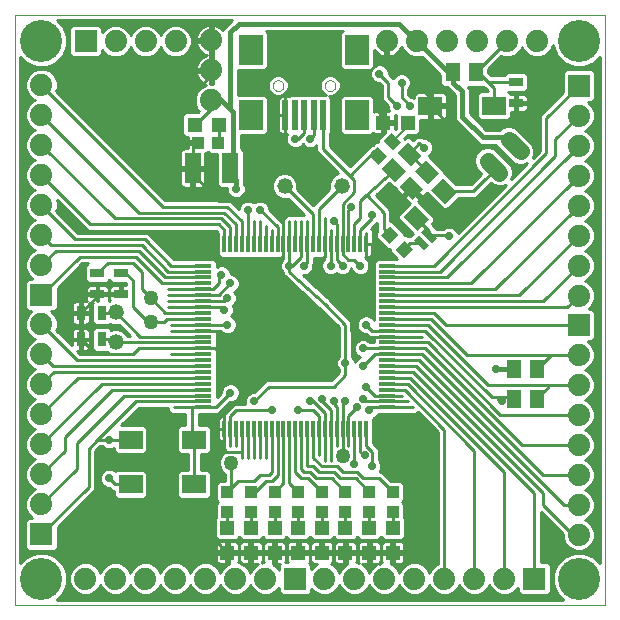
<source format=gtl>
G75*
G70*
%OFA0B0*%
%FSLAX24Y24*%
%IPPOS*%
%LPD*%
%AMOC8*
5,1,8,0,0,1.08239X$1,22.5*
%
%ADD10C,0.0000*%
%ADD11R,0.0551X0.0118*%
%ADD12R,0.0118X0.0551*%
%ADD13R,0.0787X0.0630*%
%ADD14C,0.0740*%
%ADD15R,0.0512X0.0630*%
%ADD16R,0.0472X0.0315*%
%ADD17C,0.0520*%
%ADD18R,0.0315X0.0472*%
%ADD19R,0.0197X0.0984*%
%ADD20R,0.0787X0.0984*%
%ADD21R,0.0394X0.0433*%
%ADD22C,0.0560*%
%ADD23R,0.0550X0.0670*%
%ADD24R,0.0472X0.0472*%
%ADD25R,0.0433X0.0394*%
%ADD26R,0.0740X0.0740*%
%ADD27R,0.0550X0.1020*%
%ADD28C,0.0500*%
%ADD29C,0.1400*%
%ADD30R,0.0250X0.0500*%
%ADD31C,0.0100*%
%ADD32C,0.0160*%
%ADD33C,0.0277*%
%ADD34C,0.0079*%
D10*
X001774Y000741D02*
X001774Y020426D01*
X021459Y020426D01*
X021459Y000741D01*
X001774Y000741D01*
X010377Y018063D02*
X010379Y018089D01*
X010385Y018115D01*
X010395Y018140D01*
X010408Y018163D01*
X010424Y018183D01*
X010444Y018201D01*
X010466Y018216D01*
X010489Y018228D01*
X010515Y018236D01*
X010541Y018240D01*
X010567Y018240D01*
X010593Y018236D01*
X010619Y018228D01*
X010643Y018216D01*
X010664Y018201D01*
X010684Y018183D01*
X010700Y018163D01*
X010713Y018140D01*
X010723Y018115D01*
X010729Y018089D01*
X010731Y018063D01*
X010729Y018037D01*
X010723Y018011D01*
X010713Y017986D01*
X010700Y017963D01*
X010684Y017943D01*
X010664Y017925D01*
X010642Y017910D01*
X010619Y017898D01*
X010593Y017890D01*
X010567Y017886D01*
X010541Y017886D01*
X010515Y017890D01*
X010489Y017898D01*
X010465Y017910D01*
X010444Y017925D01*
X010424Y017943D01*
X010408Y017963D01*
X010395Y017986D01*
X010385Y018011D01*
X010379Y018037D01*
X010377Y018063D01*
X012109Y018063D02*
X012111Y018089D01*
X012117Y018115D01*
X012127Y018140D01*
X012140Y018163D01*
X012156Y018183D01*
X012176Y018201D01*
X012198Y018216D01*
X012221Y018228D01*
X012247Y018236D01*
X012273Y018240D01*
X012299Y018240D01*
X012325Y018236D01*
X012351Y018228D01*
X012375Y018216D01*
X012396Y018201D01*
X012416Y018183D01*
X012432Y018163D01*
X012445Y018140D01*
X012455Y018115D01*
X012461Y018089D01*
X012463Y018063D01*
X012461Y018037D01*
X012455Y018011D01*
X012445Y017986D01*
X012432Y017963D01*
X012416Y017943D01*
X012396Y017925D01*
X012374Y017910D01*
X012351Y017898D01*
X012325Y017890D01*
X012299Y017886D01*
X012273Y017886D01*
X012247Y017890D01*
X012221Y017898D01*
X012197Y017910D01*
X012176Y017925D01*
X012156Y017943D01*
X012140Y017963D01*
X012127Y017986D01*
X012117Y018011D01*
X012111Y018037D01*
X012109Y018063D01*
D11*
X014195Y012059D03*
X014195Y011863D03*
X014195Y011666D03*
X014195Y011469D03*
X014195Y011272D03*
X014195Y011075D03*
X014195Y010878D03*
X014195Y010681D03*
X014195Y010485D03*
X014195Y010288D03*
X014195Y010091D03*
X014195Y009894D03*
X014195Y009697D03*
X014195Y009500D03*
X014195Y009304D03*
X014195Y009107D03*
X014195Y008910D03*
X014195Y008713D03*
X014195Y008516D03*
X014195Y008319D03*
X014195Y008122D03*
X014195Y007926D03*
X014195Y007729D03*
X014195Y007532D03*
X014195Y007335D03*
X008054Y007335D03*
X008054Y007532D03*
X008054Y007729D03*
X008054Y007926D03*
X008054Y008122D03*
X008054Y008319D03*
X008054Y008516D03*
X008054Y008713D03*
X008054Y008910D03*
X008054Y009107D03*
X008054Y009304D03*
X008054Y009500D03*
X008054Y009697D03*
X008054Y009894D03*
X008054Y010091D03*
X008054Y010288D03*
X008054Y010485D03*
X008054Y010681D03*
X008054Y010878D03*
X008054Y011075D03*
X008054Y011272D03*
X008054Y011469D03*
X008054Y011666D03*
X008054Y011863D03*
X008054Y012059D03*
D12*
X008762Y012768D03*
X008959Y012768D03*
X009156Y012768D03*
X009353Y012768D03*
X009550Y012768D03*
X009746Y012768D03*
X009943Y012768D03*
X010140Y012768D03*
X010337Y012768D03*
X010534Y012768D03*
X010731Y012768D03*
X010928Y012768D03*
X011124Y012768D03*
X011321Y012768D03*
X011518Y012768D03*
X011715Y012768D03*
X011912Y012768D03*
X012109Y012768D03*
X012306Y012768D03*
X012502Y012768D03*
X012699Y012768D03*
X012896Y012768D03*
X013093Y012768D03*
X013290Y012768D03*
X013487Y012768D03*
X013487Y006626D03*
X013290Y006626D03*
X013093Y006626D03*
X012896Y006626D03*
X012699Y006626D03*
X012502Y006626D03*
X012306Y006626D03*
X012109Y006626D03*
X011912Y006626D03*
X011715Y006626D03*
X011518Y006626D03*
X011321Y006626D03*
X011124Y006626D03*
X010928Y006626D03*
X010731Y006626D03*
X010534Y006626D03*
X010337Y006626D03*
X010140Y006626D03*
X009943Y006626D03*
X009746Y006626D03*
X009550Y006626D03*
X009353Y006626D03*
X009156Y006626D03*
X008959Y006626D03*
X008762Y006626D03*
D13*
X007758Y006252D03*
X007758Y004776D03*
X005632Y004776D03*
X005632Y006252D03*
X015628Y017390D03*
X017754Y017390D03*
D14*
X018176Y019540D03*
X017176Y019540D03*
X016176Y019540D03*
X015176Y019540D03*
X014176Y019540D03*
X019176Y019540D03*
X020573Y017063D03*
X020573Y016063D03*
X020573Y015063D03*
X020573Y014063D03*
X020573Y013063D03*
X020573Y012063D03*
X020573Y011063D03*
X020573Y009091D03*
X020573Y008091D03*
X020573Y007091D03*
X020573Y006091D03*
X020573Y005091D03*
X020573Y004091D03*
X020573Y003091D03*
X018097Y001626D03*
X017097Y001626D03*
X016097Y001626D03*
X015097Y001626D03*
X014097Y001626D03*
X013097Y001626D03*
X012097Y001626D03*
X010124Y001626D03*
X009124Y001626D03*
X008124Y001626D03*
X007124Y001626D03*
X006124Y001626D03*
X005124Y001626D03*
X004124Y001626D03*
X002660Y004103D03*
X002660Y005103D03*
X002660Y006103D03*
X002660Y007103D03*
X002660Y008103D03*
X002660Y009103D03*
X002660Y010103D03*
X002660Y012075D03*
X002660Y013075D03*
X002660Y014075D03*
X002660Y015075D03*
X002660Y016075D03*
X002660Y017075D03*
X002660Y018075D03*
X005136Y019540D03*
X006136Y019540D03*
X007136Y019540D03*
X008319Y019571D03*
X008319Y018571D03*
X008319Y017571D03*
D15*
G36*
X014000Y015281D02*
X014362Y015643D01*
X014806Y015199D01*
X014444Y014837D01*
X014000Y015281D01*
G37*
G36*
X014529Y015810D02*
X014891Y016172D01*
X015335Y015728D01*
X014973Y015366D01*
X014529Y015810D01*
G37*
G36*
X015120Y015219D02*
X015482Y015581D01*
X015926Y015137D01*
X015564Y014775D01*
X015120Y015219D01*
G37*
G36*
X014591Y014690D02*
X014953Y015052D01*
X015397Y014608D01*
X015035Y014246D01*
X014591Y014690D01*
G37*
X016386Y018516D03*
X017134Y018516D03*
X018428Y008615D03*
X019176Y008615D03*
X019176Y007630D03*
X018428Y007630D03*
D16*
X005317Y011115D03*
X005317Y011823D03*
X004530Y011823D03*
X004530Y011115D03*
X018485Y017483D03*
X018485Y018191D03*
D17*
X012665Y014717D03*
X010765Y014717D03*
X005140Y010516D03*
X005140Y009516D03*
D18*
X004687Y009599D03*
X003979Y009599D03*
X003979Y010485D03*
X004687Y010485D03*
D19*
X010790Y017079D03*
X011105Y017079D03*
X011420Y017079D03*
X011735Y017079D03*
X012050Y017079D03*
D20*
X013191Y017079D03*
X013191Y019244D03*
X009648Y019244D03*
X009648Y017079D03*
D21*
X008557Y016162D03*
X007888Y016162D03*
G36*
X014172Y015709D02*
X013893Y015430D01*
X013588Y015735D01*
X013867Y016014D01*
X014172Y015709D01*
G37*
G36*
X014645Y016183D02*
X014366Y015904D01*
X014061Y016209D01*
X014340Y016488D01*
X014645Y016183D01*
G37*
G36*
X014287Y013372D02*
X014566Y013093D01*
X014261Y012788D01*
X013982Y013067D01*
X014287Y013372D01*
G37*
G36*
X014760Y012898D02*
X015039Y012619D01*
X014734Y012314D01*
X014455Y012593D01*
X014760Y012898D01*
G37*
D22*
X017532Y015557D02*
X017928Y015161D01*
X018635Y015869D02*
X018239Y016265D01*
D23*
G36*
X015646Y014593D02*
X016035Y014982D01*
X016508Y014509D01*
X016119Y014120D01*
X015646Y014593D01*
G37*
G36*
X014727Y013688D02*
X015116Y014077D01*
X015589Y013604D01*
X015200Y013215D01*
X014727Y013688D01*
G37*
D24*
X014884Y016825D03*
X014057Y016825D03*
X008597Y016764D03*
X007770Y016764D03*
X008861Y003319D03*
X009648Y003319D03*
X010435Y003319D03*
X011223Y003319D03*
X012010Y003319D03*
X012798Y003319D03*
X013585Y003319D03*
X014372Y003319D03*
X014372Y002493D03*
X013585Y002493D03*
X012798Y002493D03*
X012010Y002493D03*
X011223Y002493D03*
X010435Y002493D03*
X009648Y002493D03*
X008861Y002493D03*
D25*
X008861Y003851D03*
X009648Y003851D03*
X010435Y003851D03*
X011223Y003851D03*
X012010Y003851D03*
X012798Y003851D03*
X013585Y003851D03*
X014372Y003851D03*
X014372Y004520D03*
X013585Y004520D03*
X012798Y004520D03*
X012010Y004520D03*
X011223Y004520D03*
X010435Y004520D03*
X009648Y004520D03*
X008861Y004520D03*
D26*
X011124Y001626D03*
X019097Y001626D03*
X020573Y010091D03*
X020573Y018063D03*
X004136Y019540D03*
X002660Y011075D03*
X002660Y003103D03*
D27*
X007699Y015315D03*
X008959Y015315D03*
D28*
X006302Y010977D03*
X006302Y010189D03*
X008998Y005487D03*
X012699Y005711D03*
D29*
X020573Y001626D03*
X002660Y001626D03*
X002660Y019540D03*
X020573Y019540D03*
D30*
G36*
X015845Y012983D02*
X015668Y012806D01*
X015315Y013159D01*
X015492Y013336D01*
X015845Y012983D01*
G37*
G36*
X015595Y012732D02*
X015418Y012555D01*
X015065Y012908D01*
X015242Y013085D01*
X015595Y012732D01*
G37*
D31*
X015330Y012820D02*
X014961Y012820D01*
X014747Y012606D01*
X014443Y012364D02*
X013622Y012364D01*
X013638Y012372D02*
X013666Y012400D01*
X013685Y012435D01*
X013696Y012473D01*
X013696Y012745D01*
X013707Y012756D01*
X013707Y013233D01*
X013650Y013290D01*
X013812Y013452D01*
X013857Y013470D01*
X013857Y013185D01*
X013859Y013183D01*
X013811Y013136D01*
X013811Y012995D01*
X014189Y012617D01*
X014285Y012617D01*
X014285Y012522D01*
X014518Y012289D01*
X013849Y012289D01*
X013750Y012189D01*
X013750Y010263D01*
X013748Y010266D01*
X013662Y010353D01*
X013548Y010400D01*
X013425Y010400D01*
X013312Y010353D01*
X013225Y010266D01*
X013178Y010152D01*
X013178Y010030D01*
X013225Y009916D01*
X013312Y009829D01*
X013425Y009782D01*
X013484Y009782D01*
X013592Y009674D01*
X013770Y009674D01*
X013770Y009650D01*
X013750Y009630D01*
X013750Y009524D01*
X013605Y009524D01*
X013563Y009565D01*
X013450Y009612D01*
X013327Y009612D01*
X013213Y009565D01*
X013126Y009478D01*
X013079Y009365D01*
X013079Y009242D01*
X013126Y009129D01*
X013213Y009042D01*
X013294Y009008D01*
X013213Y008975D01*
X013126Y008888D01*
X013106Y008839D01*
X013106Y008873D01*
X013059Y008986D01*
X013018Y009028D01*
X013018Y010182D01*
X012889Y010311D01*
X012325Y010875D01*
X012324Y010881D01*
X012261Y010939D01*
X012200Y011000D01*
X012194Y011000D01*
X011375Y011751D01*
X011481Y011751D01*
X011595Y011798D01*
X011681Y011885D01*
X011728Y011998D01*
X011728Y012057D01*
X011738Y012067D01*
X011738Y012323D01*
X012041Y012323D01*
X012061Y012343D01*
X012086Y012343D01*
X012086Y012276D01*
X012044Y012234D01*
X011997Y012121D01*
X011997Y011998D01*
X012044Y011885D01*
X012131Y011798D01*
X012244Y011751D01*
X012367Y011751D01*
X012480Y011798D01*
X012502Y011820D01*
X012524Y011798D01*
X012638Y011751D01*
X012761Y011751D01*
X012874Y011798D01*
X012961Y011885D01*
X012994Y011966D01*
X013028Y011885D01*
X013115Y011798D01*
X013228Y011751D01*
X013351Y011751D01*
X013465Y011798D01*
X013551Y011885D01*
X013599Y011998D01*
X013599Y012121D01*
X013551Y012234D01*
X013465Y012321D01*
X013432Y012335D01*
X013439Y012343D01*
X013487Y012343D01*
X013565Y012343D01*
X013604Y012353D01*
X013638Y012372D01*
X013693Y012462D02*
X014344Y012462D01*
X014285Y012561D02*
X013696Y012561D01*
X013696Y012659D02*
X014147Y012659D01*
X014049Y012758D02*
X013707Y012758D01*
X013762Y012768D02*
X013487Y012768D01*
X013487Y012355D01*
X013585Y012256D01*
X013585Y011075D01*
X012994Y010485D01*
X012994Y009894D01*
X013191Y009697D01*
X014195Y009697D01*
X015357Y009697D01*
X015455Y009894D02*
X017670Y007680D01*
X017916Y007680D01*
X017916Y007630D01*
X017916Y007680D02*
X018378Y007680D01*
X018428Y007630D01*
X017963Y007091D02*
X020573Y007091D01*
X021057Y006848D02*
X021289Y006848D01*
X021289Y006946D02*
X021098Y006946D01*
X021113Y006984D02*
X021113Y007198D01*
X021031Y007397D01*
X020879Y007549D01*
X020777Y007591D01*
X020879Y007633D01*
X021031Y007785D01*
X021113Y007984D01*
X021113Y008198D01*
X021031Y008397D01*
X020879Y008549D01*
X020777Y008591D01*
X020879Y008633D01*
X021031Y008785D01*
X021113Y008984D01*
X021113Y009198D01*
X021031Y009397D01*
X020879Y009549D01*
X020874Y009551D01*
X021014Y009551D01*
X021113Y009651D01*
X021113Y010531D01*
X021014Y010631D01*
X020904Y010631D01*
X021031Y010758D01*
X021113Y010956D01*
X021113Y011171D01*
X021031Y011369D01*
X020879Y011521D01*
X020777Y011563D01*
X020879Y011606D01*
X021031Y011758D01*
X021113Y011956D01*
X021113Y012171D01*
X021031Y012369D01*
X020879Y012521D01*
X020777Y012563D01*
X020879Y012606D01*
X021031Y012758D01*
X021289Y012758D01*
X021289Y012856D02*
X021072Y012856D01*
X021113Y012955D02*
X021289Y012955D01*
X021289Y013053D02*
X021113Y013053D01*
X021113Y012956D02*
X021113Y013171D01*
X021031Y013369D01*
X020879Y013521D01*
X020777Y013563D01*
X020879Y013606D01*
X021031Y013758D01*
X021113Y013956D01*
X021113Y014171D01*
X021031Y014369D01*
X020879Y014521D01*
X020777Y014563D01*
X020879Y014606D01*
X021031Y014758D01*
X021113Y014956D01*
X021113Y015171D01*
X021031Y015369D01*
X020879Y015521D01*
X020777Y015563D01*
X020879Y015606D01*
X021031Y015758D01*
X021113Y015956D01*
X021113Y016171D01*
X021031Y016369D01*
X020879Y016521D01*
X020777Y016563D01*
X020879Y016606D01*
X021031Y016758D01*
X021113Y016956D01*
X021113Y017171D01*
X021031Y017369D01*
X020879Y017521D01*
X020874Y017523D01*
X021014Y017523D01*
X021113Y017623D01*
X021113Y018504D01*
X021014Y018603D01*
X020133Y018603D01*
X020033Y018504D01*
X020033Y017835D01*
X019271Y017072D01*
X019271Y015891D01*
X019032Y015652D01*
X019085Y015779D01*
X019085Y015958D01*
X019016Y016123D01*
X018494Y016646D01*
X018328Y016715D01*
X018149Y016715D01*
X017984Y016646D01*
X017929Y016591D01*
X017478Y016591D01*
X016935Y017133D01*
X016935Y017916D01*
X016897Y018008D01*
X016874Y018031D01*
X017391Y018031D01*
X017451Y017971D01*
X017534Y017888D01*
X017534Y017875D01*
X017290Y017875D01*
X017191Y017776D01*
X017191Y017005D01*
X017290Y016905D01*
X018218Y016905D01*
X018318Y017005D01*
X018318Y017175D01*
X018456Y017175D01*
X018456Y017454D01*
X018513Y017454D01*
X018513Y017175D01*
X018741Y017175D01*
X018779Y017185D01*
X018813Y017205D01*
X018841Y017233D01*
X018861Y017267D01*
X018871Y017305D01*
X018871Y017454D01*
X018513Y017454D01*
X018513Y017511D01*
X018456Y017511D01*
X018456Y017790D01*
X018303Y017790D01*
X018230Y017864D01*
X018791Y017864D01*
X018891Y017963D01*
X018891Y018419D01*
X018791Y018519D01*
X018178Y018519D01*
X018078Y018419D01*
X018078Y018411D01*
X017633Y018411D01*
X017560Y018484D01*
X017560Y018613D01*
X017982Y019035D01*
X018068Y019000D01*
X018283Y019000D01*
X018481Y019082D01*
X018633Y019234D01*
X018676Y019336D01*
X018718Y019234D01*
X018870Y019082D01*
X019068Y019000D01*
X019283Y019000D01*
X019481Y019082D01*
X019633Y019234D01*
X019703Y019403D01*
X019703Y019367D01*
X019836Y019047D01*
X020080Y018802D01*
X020400Y018670D01*
X020746Y018670D01*
X021066Y018802D01*
X021289Y019025D01*
X021289Y002141D01*
X021066Y002364D01*
X020746Y002496D01*
X020400Y002496D01*
X020080Y002364D01*
X019836Y002119D01*
X019703Y001799D01*
X019703Y001453D01*
X019836Y001134D01*
X020059Y000911D01*
X003174Y000911D01*
X003397Y001134D01*
X003530Y001453D01*
X003530Y001799D01*
X003397Y002119D01*
X003153Y002364D01*
X002833Y002496D01*
X002487Y002496D01*
X002167Y002364D01*
X001944Y002141D01*
X001944Y019025D01*
X002167Y018802D01*
X002487Y018670D01*
X002833Y018670D01*
X003153Y018802D01*
X003397Y019047D01*
X003530Y019367D01*
X003530Y019713D01*
X003397Y020033D01*
X003174Y020256D01*
X009026Y020256D01*
X008817Y020047D01*
X008532Y020047D01*
X008519Y020053D02*
X008441Y020078D01*
X008369Y020090D01*
X008369Y019621D01*
X008269Y019621D01*
X008269Y019521D01*
X007801Y019521D01*
X007812Y019449D01*
X007837Y019372D01*
X007875Y019299D01*
X007923Y019233D01*
X007981Y019175D01*
X008047Y019127D01*
X008120Y019089D01*
X008175Y019071D01*
X008120Y019053D01*
X008047Y019016D01*
X007981Y018968D01*
X007923Y018910D01*
X007875Y018844D01*
X007837Y018771D01*
X007812Y018693D01*
X007801Y018621D01*
X008269Y018621D01*
X008269Y018521D01*
X007801Y018521D01*
X007812Y018449D01*
X007837Y018372D01*
X003121Y018372D01*
X003118Y018381D02*
X002966Y018533D01*
X002767Y018615D01*
X002552Y018615D01*
X002354Y018533D01*
X002202Y018381D01*
X002120Y018183D01*
X002120Y017968D01*
X002202Y017769D01*
X002354Y017617D01*
X002456Y017575D01*
X002354Y017533D01*
X002202Y017381D01*
X002120Y017183D01*
X002120Y016968D01*
X002202Y016769D01*
X002354Y016617D01*
X002456Y016575D01*
X002354Y016533D01*
X002202Y016381D01*
X002120Y016183D01*
X002120Y015968D01*
X002202Y015769D01*
X002354Y015617D01*
X002456Y015575D01*
X002354Y015533D01*
X002202Y015381D01*
X002120Y015183D01*
X002120Y014968D01*
X002202Y014769D01*
X002354Y014617D01*
X002456Y014575D01*
X002354Y014533D01*
X002202Y014381D01*
X002120Y014183D01*
X002120Y013968D01*
X002202Y013769D01*
X002354Y013617D01*
X002456Y013575D01*
X002354Y013533D01*
X002202Y013381D01*
X002120Y013183D01*
X002120Y012968D01*
X002202Y012769D01*
X002354Y012617D01*
X002456Y012575D01*
X002354Y012533D01*
X002202Y012381D01*
X002120Y012183D01*
X002120Y011968D01*
X002202Y011769D01*
X002354Y011617D01*
X002359Y011615D01*
X002219Y011615D01*
X002120Y011516D01*
X002120Y010635D01*
X002219Y010535D01*
X002329Y010535D01*
X002202Y010409D01*
X002120Y010210D01*
X002120Y009995D01*
X002202Y009797D01*
X002354Y009645D01*
X002456Y009603D01*
X002354Y009561D01*
X002202Y009409D01*
X002120Y009210D01*
X002120Y008995D01*
X002202Y008797D01*
X002354Y008645D01*
X002456Y008603D01*
X002354Y008561D01*
X002202Y008409D01*
X002120Y008210D01*
X002120Y007995D01*
X002202Y007797D01*
X002354Y007645D01*
X002456Y007603D01*
X002354Y007561D01*
X002202Y007409D01*
X002120Y007210D01*
X002120Y006995D01*
X002202Y006797D01*
X002354Y006645D01*
X002456Y006603D01*
X002354Y006561D01*
X002202Y006409D01*
X002120Y006210D01*
X002120Y005995D01*
X002202Y005797D01*
X002354Y005645D01*
X002456Y005603D01*
X002354Y005561D01*
X002202Y005409D01*
X002120Y005210D01*
X002120Y004995D01*
X002202Y004797D01*
X002354Y004645D01*
X002456Y004603D01*
X002354Y004561D01*
X002202Y004409D01*
X002120Y004210D01*
X002120Y003995D01*
X002202Y003797D01*
X002354Y003645D01*
X002359Y003643D01*
X002219Y003643D01*
X002120Y003543D01*
X002120Y002662D01*
X002219Y002563D01*
X003100Y002563D01*
X003200Y002662D01*
X003200Y003332D01*
X004455Y004586D01*
X004455Y005866D01*
X004621Y006032D01*
X004707Y006032D01*
X004749Y005991D01*
X004862Y005944D01*
X004985Y005944D01*
X005069Y005978D01*
X005069Y005867D01*
X005168Y005767D01*
X006096Y005767D01*
X006196Y005867D01*
X006196Y006638D01*
X006096Y006737D01*
X005326Y006737D01*
X005901Y007312D01*
X006869Y007312D01*
X006869Y007244D01*
X006998Y007115D01*
X007460Y007115D01*
X007460Y006737D01*
X007294Y006737D01*
X007195Y006638D01*
X007195Y005867D01*
X007294Y005767D01*
X007538Y005767D01*
X007538Y005261D01*
X007294Y005261D01*
X007195Y005161D01*
X007195Y004391D01*
X007294Y004291D01*
X008222Y004291D01*
X008322Y004391D01*
X008322Y005161D01*
X008222Y005261D01*
X007978Y005261D01*
X007978Y005767D01*
X008222Y005767D01*
X008322Y005867D01*
X008322Y006638D01*
X008222Y006737D01*
X007900Y006737D01*
X007900Y007106D01*
X008400Y007106D01*
X008409Y007115D01*
X008558Y007115D01*
X008687Y007244D01*
X008961Y007518D01*
X009020Y007518D01*
X009134Y007565D01*
X009221Y007652D01*
X009268Y007766D01*
X009268Y007889D01*
X009221Y008002D01*
X009134Y008089D01*
X009020Y008136D01*
X008898Y008136D01*
X008784Y008089D01*
X008697Y008002D01*
X008650Y007889D01*
X008650Y007830D01*
X008499Y007678D01*
X008499Y009236D01*
X008479Y009256D01*
X008479Y009304D01*
X008479Y009351D01*
X008499Y009371D01*
X008499Y009827D01*
X008479Y009847D01*
X008479Y009871D01*
X008644Y009871D01*
X008686Y009829D01*
X008799Y009782D01*
X008922Y009782D01*
X009036Y009829D01*
X009122Y009916D01*
X009169Y010030D01*
X009169Y010152D01*
X009122Y010266D01*
X009036Y010353D01*
X008988Y010372D01*
X009024Y010408D01*
X009071Y010522D01*
X009071Y010644D01*
X009040Y010719D01*
X009122Y010802D01*
X009169Y010915D01*
X009169Y011038D01*
X009122Y011152D01*
X009087Y011188D01*
X009134Y011207D01*
X009221Y011294D01*
X009268Y011407D01*
X009268Y011530D01*
X009221Y011644D01*
X009134Y011731D01*
X009020Y011778D01*
X008973Y011778D01*
X008973Y011826D01*
X008926Y011939D01*
X008839Y012026D01*
X008725Y012073D01*
X008602Y012073D01*
X008499Y012030D01*
X008499Y012189D01*
X008400Y012289D01*
X007708Y012289D01*
X007698Y012279D01*
X007082Y012279D01*
X006325Y013036D01*
X006196Y013165D01*
X003881Y013165D01*
X003164Y013882D01*
X003200Y013968D01*
X003200Y014183D01*
X003171Y014253D01*
X004207Y013217D01*
X008474Y013217D01*
X008542Y013149D01*
X008542Y013123D01*
X008533Y013114D01*
X008533Y012422D01*
X008633Y012323D01*
X010663Y012323D01*
X010683Y012343D01*
X010708Y012343D01*
X010708Y012276D01*
X010666Y012234D01*
X010619Y012121D01*
X010619Y011998D01*
X010666Y011885D01*
X010708Y011843D01*
X010708Y011771D01*
X010711Y011768D01*
X010712Y011762D01*
X010775Y011704D01*
X010836Y011643D01*
X010842Y011643D01*
X011956Y010621D01*
X012578Y010000D01*
X012578Y009028D01*
X012536Y008986D01*
X012489Y008873D01*
X012489Y008750D01*
X012536Y008637D01*
X012578Y008595D01*
X012578Y008509D01*
X012313Y008244D01*
X010147Y008244D01*
X010019Y008115D01*
X009744Y007841D01*
X009685Y007841D01*
X009572Y007794D01*
X009485Y007707D01*
X009438Y007593D01*
X009438Y007470D01*
X009443Y007457D01*
X009065Y007457D01*
X008868Y007260D01*
X008739Y007131D01*
X008739Y007052D01*
X008683Y007052D01*
X008645Y007042D01*
X008611Y007022D01*
X008583Y006994D01*
X008563Y006960D01*
X008553Y006922D01*
X008553Y006626D01*
X008553Y006331D01*
X008563Y006293D01*
X008583Y006259D01*
X008611Y006231D01*
X008645Y006211D01*
X008683Y006201D01*
X008739Y006201D01*
X008739Y005964D01*
X008831Y005872D01*
X008761Y005843D01*
X008642Y005725D01*
X008578Y005570D01*
X008578Y005403D01*
X008642Y005249D01*
X008761Y005131D01*
X008778Y005123D01*
X008778Y004887D01*
X008574Y004887D01*
X008474Y004787D01*
X008474Y004253D01*
X008541Y004185D01*
X008474Y004118D01*
X008474Y003646D01*
X008454Y003626D01*
X008454Y003013D01*
X008554Y002913D01*
X009167Y002913D01*
X009254Y003000D01*
X009341Y002913D01*
X009955Y002913D01*
X010042Y003000D01*
X010129Y002913D01*
X010742Y002913D01*
X010829Y003000D01*
X010916Y002913D01*
X011529Y002913D01*
X011617Y003000D01*
X011704Y002913D01*
X012317Y002913D01*
X012404Y003000D01*
X012491Y002913D01*
X013104Y002913D01*
X013191Y003000D01*
X013278Y002913D01*
X013892Y002913D01*
X013979Y003000D01*
X014066Y002913D01*
X014679Y002913D01*
X014779Y003013D01*
X014779Y003626D01*
X014759Y003646D01*
X014759Y004118D01*
X014692Y004185D01*
X014759Y004253D01*
X014759Y004787D01*
X014659Y004887D01*
X014317Y004887D01*
X014140Y005064D01*
X014011Y005193D01*
X013946Y005193D01*
X013992Y005305D01*
X013992Y005428D01*
X013945Y005541D01*
X013903Y005583D01*
X013903Y005950D01*
X013775Y006079D01*
X013707Y006147D01*
X013707Y006271D01*
X013716Y006280D01*
X013716Y006957D01*
X013760Y006975D01*
X013847Y007062D01*
X013865Y007106D01*
X014541Y007106D01*
X014550Y007115D01*
X015153Y007115D01*
X015209Y007172D01*
X015877Y006504D01*
X015877Y002120D01*
X015791Y002084D01*
X015639Y001932D01*
X015597Y001830D01*
X015555Y001932D01*
X015403Y002084D01*
X015204Y002166D01*
X014989Y002166D01*
X014791Y002084D01*
X014639Y001932D01*
X014597Y001830D01*
X014555Y001932D01*
X014403Y002084D01*
X014322Y002117D01*
X014322Y002443D01*
X013986Y002443D01*
X013986Y002237D01*
X013996Y002198D01*
X014015Y002166D01*
X013989Y002166D01*
X013905Y002131D01*
X013913Y002136D01*
X013941Y002164D01*
X013961Y002198D01*
X013971Y002237D01*
X013971Y002443D01*
X013635Y002443D01*
X013635Y002543D01*
X013535Y002543D01*
X013535Y002879D01*
X013329Y002879D01*
X013291Y002869D01*
X013257Y002849D01*
X013229Y002821D01*
X013209Y002787D01*
X013199Y002748D01*
X013199Y002543D01*
X013535Y002543D01*
X013535Y002443D01*
X013199Y002443D01*
X013199Y002237D01*
X013209Y002198D01*
X013229Y002164D01*
X013242Y002151D01*
X013204Y002166D01*
X013155Y002166D01*
X013174Y002198D01*
X013184Y002237D01*
X013184Y002443D01*
X012848Y002443D01*
X012848Y002543D01*
X012748Y002543D01*
X012748Y002879D01*
X012542Y002879D01*
X012504Y002869D01*
X012469Y002849D01*
X012441Y002821D01*
X012422Y002787D01*
X012411Y002748D01*
X012411Y002543D01*
X012748Y002543D01*
X012748Y002443D01*
X012411Y002443D01*
X012411Y002237D01*
X012422Y002198D01*
X012441Y002164D01*
X012469Y002136D01*
X012504Y002117D01*
X012542Y002106D01*
X012748Y002106D01*
X012748Y002443D01*
X012848Y002443D01*
X012848Y002108D01*
X012791Y002084D01*
X012639Y001932D01*
X012597Y001830D01*
X012555Y001932D01*
X012403Y002084D01*
X012313Y002121D01*
X012339Y002136D01*
X012366Y002164D01*
X012386Y002198D01*
X012396Y002237D01*
X012396Y002443D01*
X012060Y002443D01*
X012060Y002543D01*
X011960Y002543D01*
X011960Y002879D01*
X011754Y002879D01*
X011716Y002869D01*
X011682Y002849D01*
X011654Y002821D01*
X011634Y002787D01*
X011624Y002748D01*
X011624Y002543D01*
X011960Y002543D01*
X011960Y002443D01*
X011624Y002443D01*
X011624Y002237D01*
X011634Y002198D01*
X011654Y002164D01*
X011682Y002136D01*
X011716Y002117D01*
X011754Y002106D01*
X011844Y002106D01*
X011791Y002084D01*
X011664Y001958D01*
X011664Y002067D01*
X011573Y002158D01*
X011579Y002164D01*
X011599Y002198D01*
X011609Y002237D01*
X011609Y002443D01*
X011273Y002443D01*
X011273Y002543D01*
X011173Y002543D01*
X011173Y002879D01*
X010967Y002879D01*
X010929Y002869D01*
X010895Y002849D01*
X010867Y002821D01*
X010847Y002787D01*
X010837Y002748D01*
X010837Y002543D01*
X011173Y002543D01*
X011173Y002443D01*
X010837Y002443D01*
X010837Y002237D01*
X010847Y002198D01*
X010865Y002166D01*
X010793Y002166D01*
X010811Y002198D01*
X010822Y002237D01*
X010822Y002443D01*
X010485Y002443D01*
X010485Y002106D01*
X010624Y002106D01*
X010584Y002067D01*
X010584Y001927D01*
X010582Y001932D01*
X010430Y002084D01*
X010377Y002106D01*
X010385Y002106D01*
X010385Y002443D01*
X010049Y002443D01*
X010049Y002237D01*
X010059Y002198D01*
X010078Y002166D01*
X010017Y002166D01*
X009999Y002159D01*
X010004Y002164D01*
X010024Y002198D01*
X010034Y002237D01*
X010034Y002443D01*
X009698Y002443D01*
X009698Y002543D01*
X009598Y002543D01*
X009598Y002879D01*
X009392Y002879D01*
X009354Y002869D01*
X009320Y002849D01*
X009292Y002821D01*
X009272Y002787D01*
X009262Y002748D01*
X009262Y002543D01*
X009598Y002543D01*
X009598Y002443D01*
X009262Y002443D01*
X009262Y002237D01*
X009272Y002198D01*
X009292Y002164D01*
X009320Y002136D01*
X009354Y002117D01*
X009392Y002106D01*
X009598Y002106D01*
X009598Y002443D01*
X009698Y002443D01*
X009698Y002106D01*
X009872Y002106D01*
X009819Y002084D01*
X009667Y001932D01*
X009624Y001830D01*
X009582Y001932D01*
X009430Y002084D01*
X009232Y002166D01*
X009218Y002166D01*
X009237Y002198D01*
X009247Y002237D01*
X009247Y002443D01*
X008911Y002443D01*
X008911Y002543D01*
X008811Y002543D01*
X008811Y002879D01*
X008605Y002879D01*
X008567Y002869D01*
X008532Y002849D01*
X008504Y002821D01*
X008485Y002787D01*
X008474Y002748D01*
X008474Y002543D01*
X008811Y002543D01*
X008811Y002443D01*
X008474Y002443D01*
X008474Y002237D01*
X008485Y002198D01*
X008504Y002164D01*
X008532Y002136D01*
X008567Y002117D01*
X008605Y002106D01*
X008811Y002106D01*
X008811Y002443D01*
X008911Y002443D01*
X008911Y002122D01*
X008819Y002084D01*
X008667Y001932D01*
X008624Y001830D01*
X008582Y001932D01*
X008430Y002084D01*
X008232Y002166D01*
X008017Y002166D01*
X007819Y002084D01*
X007667Y001932D01*
X007624Y001830D01*
X007582Y001932D01*
X007430Y002084D01*
X007232Y002166D01*
X007017Y002166D01*
X006819Y002084D01*
X006667Y001932D01*
X006624Y001830D01*
X006582Y001932D01*
X006430Y002084D01*
X006232Y002166D01*
X006017Y002166D01*
X005819Y002084D01*
X005667Y001932D01*
X005624Y001830D01*
X005582Y001932D01*
X005430Y002084D01*
X005232Y002166D01*
X005017Y002166D01*
X004819Y002084D01*
X004667Y001932D01*
X004624Y001830D01*
X004582Y001932D01*
X004430Y002084D01*
X004232Y002166D01*
X004017Y002166D01*
X003819Y002084D01*
X003667Y001932D01*
X003584Y001734D01*
X003584Y001519D01*
X003667Y001320D01*
X003819Y001169D01*
X004017Y001086D01*
X004232Y001086D01*
X004430Y001169D01*
X004582Y001320D01*
X004624Y001422D01*
X004667Y001320D01*
X004819Y001169D01*
X005017Y001086D01*
X005232Y001086D01*
X005430Y001169D01*
X005582Y001320D01*
X005624Y001422D01*
X005667Y001320D01*
X005819Y001169D01*
X006017Y001086D01*
X006232Y001086D01*
X006430Y001169D01*
X006582Y001320D01*
X006624Y001422D01*
X006667Y001320D01*
X006819Y001169D01*
X007017Y001086D01*
X007232Y001086D01*
X007430Y001169D01*
X007582Y001320D01*
X007624Y001422D01*
X007667Y001320D01*
X007819Y001169D01*
X008017Y001086D01*
X008232Y001086D01*
X008430Y001169D01*
X008582Y001320D01*
X008624Y001422D01*
X008667Y001320D01*
X008819Y001169D01*
X009017Y001086D01*
X009232Y001086D01*
X009430Y001169D01*
X009582Y001320D01*
X009624Y001422D01*
X009667Y001320D01*
X009819Y001169D01*
X010017Y001086D01*
X010232Y001086D01*
X010430Y001169D01*
X010582Y001320D01*
X010584Y001326D01*
X010584Y001186D01*
X010684Y001086D01*
X011565Y001086D01*
X011664Y001186D01*
X011664Y001295D01*
X011791Y001169D01*
X011989Y001086D01*
X012204Y001086D01*
X012403Y001169D01*
X012555Y001320D01*
X012597Y001422D01*
X012639Y001320D01*
X012791Y001169D01*
X012989Y001086D01*
X013204Y001086D01*
X013403Y001169D01*
X013555Y001320D01*
X013597Y001422D01*
X013639Y001320D01*
X013791Y001169D01*
X013989Y001086D01*
X014204Y001086D01*
X014403Y001169D01*
X014555Y001320D01*
X014597Y001422D01*
X014639Y001320D01*
X014791Y001169D01*
X014989Y001086D01*
X015204Y001086D01*
X015403Y001169D01*
X015555Y001320D01*
X015597Y001422D01*
X015639Y001320D01*
X015791Y001169D01*
X015989Y001086D01*
X016204Y001086D01*
X016403Y001169D01*
X016555Y001320D01*
X016597Y001422D01*
X016639Y001320D01*
X016791Y001169D01*
X016989Y001086D01*
X017204Y001086D01*
X017403Y001169D01*
X017555Y001320D01*
X017597Y001422D01*
X017639Y001320D01*
X017791Y001169D01*
X017989Y001086D01*
X018204Y001086D01*
X018403Y001169D01*
X018555Y001320D01*
X018557Y001326D01*
X018557Y001186D01*
X018656Y001086D01*
X019537Y001086D01*
X019637Y001186D01*
X019637Y002067D01*
X019537Y002166D01*
X019317Y002166D01*
X019317Y003839D01*
X020033Y003123D01*
X020033Y002984D01*
X020115Y002785D01*
X020267Y002633D01*
X020466Y002551D01*
X020681Y002551D01*
X020879Y002633D01*
X021031Y002785D01*
X021113Y002984D01*
X021113Y003198D01*
X021031Y003397D01*
X020879Y003549D01*
X020777Y003591D01*
X020879Y003633D01*
X021031Y003785D01*
X021113Y003984D01*
X021113Y004198D01*
X021031Y004397D01*
X020879Y004549D01*
X020777Y004591D01*
X020879Y004633D01*
X021031Y004785D01*
X021113Y004984D01*
X021113Y005198D01*
X021031Y005397D01*
X020879Y005549D01*
X020777Y005591D01*
X020879Y005633D01*
X021031Y005785D01*
X021113Y005984D01*
X021113Y006198D01*
X021031Y006397D01*
X020879Y006549D01*
X020777Y006591D01*
X020879Y006633D01*
X021031Y006785D01*
X021113Y006984D01*
X021113Y007045D02*
X021289Y007045D01*
X021289Y007143D02*
X021113Y007143D01*
X021095Y007242D02*
X021289Y007242D01*
X021289Y007340D02*
X021055Y007340D01*
X020989Y007439D02*
X021289Y007439D01*
X021289Y007537D02*
X020891Y007537D01*
X020882Y007636D02*
X021289Y007636D01*
X021289Y007734D02*
X020980Y007734D01*
X021051Y007833D02*
X021289Y007833D01*
X021289Y007931D02*
X021091Y007931D01*
X021113Y008030D02*
X021289Y008030D01*
X021289Y008128D02*
X021113Y008128D01*
X021102Y008227D02*
X021289Y008227D01*
X021289Y008325D02*
X021061Y008325D01*
X021004Y008424D02*
X021289Y008424D01*
X021289Y008522D02*
X020906Y008522D01*
X020849Y008621D02*
X021289Y008621D01*
X021289Y008719D02*
X020965Y008719D01*
X021044Y008818D02*
X021289Y008818D01*
X021289Y008916D02*
X021085Y008916D01*
X021113Y009015D02*
X021289Y009015D01*
X021289Y009113D02*
X021113Y009113D01*
X021108Y009212D02*
X021289Y009212D01*
X021289Y009310D02*
X021067Y009310D01*
X021019Y009409D02*
X021289Y009409D01*
X021289Y009507D02*
X020921Y009507D01*
X021068Y009606D02*
X021289Y009606D01*
X021289Y009704D02*
X021113Y009704D01*
X021113Y009803D02*
X021289Y009803D01*
X021289Y009901D02*
X021113Y009901D01*
X021113Y010000D02*
X021289Y010000D01*
X021289Y010098D02*
X021113Y010098D01*
X021113Y010197D02*
X021289Y010197D01*
X021289Y010295D02*
X021113Y010295D01*
X021113Y010394D02*
X021289Y010394D01*
X021289Y010492D02*
X021113Y010492D01*
X021054Y010591D02*
X021289Y010591D01*
X021289Y010689D02*
X020963Y010689D01*
X021043Y010788D02*
X021289Y010788D01*
X021289Y010886D02*
X021084Y010886D01*
X021113Y010985D02*
X021289Y010985D01*
X021289Y011083D02*
X021113Y011083D01*
X021109Y011182D02*
X021289Y011182D01*
X021289Y011280D02*
X021068Y011280D01*
X021022Y011379D02*
X021289Y011379D01*
X021289Y011477D02*
X020923Y011477D01*
X020807Y011576D02*
X021289Y011576D01*
X021289Y011674D02*
X020948Y011674D01*
X021037Y011773D02*
X021289Y011773D01*
X021289Y011871D02*
X021078Y011871D01*
X021113Y011970D02*
X021289Y011970D01*
X021289Y012068D02*
X021113Y012068D01*
X021113Y012167D02*
X021289Y012167D01*
X021289Y012265D02*
X021074Y012265D01*
X021033Y012364D02*
X021289Y012364D01*
X021289Y012462D02*
X020938Y012462D01*
X020784Y012561D02*
X021289Y012561D01*
X021289Y012659D02*
X020933Y012659D01*
X021031Y012758D02*
X021113Y012956D01*
X021113Y013152D02*
X021289Y013152D01*
X021289Y013250D02*
X021080Y013250D01*
X021040Y013349D02*
X021289Y013349D01*
X021289Y013447D02*
X020953Y013447D01*
X020820Y013546D02*
X021289Y013546D01*
X021289Y013644D02*
X020918Y013644D01*
X021016Y013743D02*
X021289Y013743D01*
X021289Y013841D02*
X021066Y013841D01*
X021106Y013940D02*
X021289Y013940D01*
X021289Y014038D02*
X021113Y014038D01*
X021113Y014137D02*
X021289Y014137D01*
X021289Y014235D02*
X021087Y014235D01*
X021046Y014334D02*
X021289Y014334D01*
X021289Y014432D02*
X020968Y014432D01*
X020856Y014531D02*
X021289Y014531D01*
X021289Y014629D02*
X020903Y014629D01*
X021001Y014728D02*
X021289Y014728D01*
X021289Y014826D02*
X021059Y014826D01*
X021100Y014925D02*
X021289Y014925D01*
X021289Y015023D02*
X021113Y015023D01*
X021113Y015122D02*
X021289Y015122D01*
X021289Y015220D02*
X021093Y015220D01*
X021052Y015319D02*
X021289Y015319D01*
X021289Y015417D02*
X020983Y015417D01*
X020885Y015516D02*
X021289Y015516D01*
X021289Y015614D02*
X020888Y015614D01*
X020986Y015713D02*
X021289Y015713D01*
X021289Y015811D02*
X021053Y015811D01*
X021094Y015910D02*
X021289Y015910D01*
X021289Y016008D02*
X021113Y016008D01*
X021113Y016107D02*
X021289Y016107D01*
X021289Y016205D02*
X021099Y016205D01*
X021058Y016304D02*
X021289Y016304D01*
X021289Y016402D02*
X020998Y016402D01*
X020900Y016501D02*
X021289Y016501D01*
X021289Y016599D02*
X020863Y016599D01*
X020971Y016698D02*
X021289Y016698D01*
X021289Y016796D02*
X021047Y016796D01*
X021088Y016895D02*
X021289Y016895D01*
X021289Y016993D02*
X021113Y016993D01*
X021113Y017092D02*
X021289Y017092D01*
X021289Y017190D02*
X021105Y017190D01*
X021064Y017289D02*
X021289Y017289D01*
X021289Y017387D02*
X021013Y017387D01*
X020915Y017486D02*
X021289Y017486D01*
X021289Y017584D02*
X021074Y017584D01*
X021113Y017683D02*
X021289Y017683D01*
X021289Y017781D02*
X021113Y017781D01*
X021113Y017880D02*
X021289Y017880D01*
X021289Y017978D02*
X021113Y017978D01*
X021113Y018077D02*
X021289Y018077D01*
X021289Y018175D02*
X021113Y018175D01*
X021113Y018274D02*
X021289Y018274D01*
X021289Y018372D02*
X021113Y018372D01*
X021113Y018471D02*
X021289Y018471D01*
X021289Y018569D02*
X021048Y018569D01*
X020979Y018766D02*
X021289Y018766D01*
X021289Y018668D02*
X017615Y018668D01*
X017560Y018569D02*
X020099Y018569D01*
X020033Y018471D02*
X018840Y018471D01*
X018891Y018372D02*
X020033Y018372D01*
X020033Y018274D02*
X018891Y018274D01*
X018891Y018175D02*
X020033Y018175D01*
X020033Y018077D02*
X018891Y018077D01*
X018891Y017978D02*
X020033Y017978D01*
X020033Y017880D02*
X018807Y017880D01*
X018779Y017780D02*
X018741Y017790D01*
X018513Y017790D01*
X018513Y017511D01*
X018871Y017511D01*
X018871Y017660D01*
X018861Y017698D01*
X018841Y017732D01*
X018813Y017760D01*
X018779Y017780D01*
X018774Y017781D02*
X019980Y017781D01*
X019881Y017683D02*
X018865Y017683D01*
X018871Y017584D02*
X019783Y017584D01*
X019684Y017486D02*
X018513Y017486D01*
X018513Y017584D02*
X018456Y017584D01*
X018456Y017683D02*
X018513Y017683D01*
X018513Y017781D02*
X018456Y017781D01*
X018456Y017387D02*
X018513Y017387D01*
X018513Y017289D02*
X018456Y017289D01*
X018456Y017190D02*
X018513Y017190D01*
X018318Y017092D02*
X019290Y017092D01*
X019271Y016993D02*
X018306Y016993D01*
X018369Y016698D02*
X019271Y016698D01*
X019271Y016796D02*
X017273Y016796D01*
X017371Y016698D02*
X018108Y016698D01*
X017937Y016599D02*
X017470Y016599D01*
X017174Y016895D02*
X019271Y016895D01*
X019491Y016981D02*
X020573Y018063D01*
X020168Y018766D02*
X017713Y018766D01*
X017812Y018865D02*
X020018Y018865D01*
X019920Y018963D02*
X017910Y018963D01*
X018432Y019062D02*
X018919Y019062D01*
X018792Y019160D02*
X018560Y019160D01*
X018644Y019259D02*
X018708Y019259D01*
X018181Y019534D02*
X018176Y019540D01*
X017152Y018516D01*
X017134Y018516D01*
X017144Y018506D01*
X017227Y018506D01*
X017542Y018191D01*
X018485Y018191D01*
X018130Y018471D02*
X017574Y018471D01*
X017542Y018191D02*
X017754Y017979D01*
X017754Y017390D01*
X017191Y017387D02*
X016935Y017387D01*
X016935Y017289D02*
X017191Y017289D01*
X017191Y017190D02*
X016935Y017190D01*
X016977Y017092D02*
X017191Y017092D01*
X017202Y016993D02*
X017076Y016993D01*
X016763Y016599D02*
X015290Y016599D01*
X015290Y016519D02*
X015290Y016925D01*
X015578Y016925D01*
X015578Y017340D01*
X015678Y017340D01*
X015678Y016925D01*
X016042Y016925D01*
X016080Y016935D01*
X016114Y016955D01*
X016142Y016983D01*
X016162Y017017D01*
X016172Y017055D01*
X016172Y017340D01*
X015678Y017340D01*
X015678Y017440D01*
X015578Y017440D01*
X015578Y017855D01*
X015215Y017855D01*
X015177Y017845D01*
X015143Y017825D01*
X015115Y017797D01*
X015095Y017763D01*
X015085Y017725D01*
X015085Y017658D01*
X015024Y017683D01*
X014965Y017683D01*
X014888Y017761D01*
X014888Y017945D01*
X014929Y017987D01*
X014976Y018100D01*
X014976Y018223D01*
X014929Y018337D01*
X014843Y018424D01*
X014729Y018471D01*
X014606Y018471D01*
X014493Y018424D01*
X014406Y018337D01*
X014393Y018305D01*
X014238Y018459D01*
X014238Y018518D01*
X014191Y018632D01*
X014104Y018719D01*
X013991Y018766D01*
X013868Y018766D01*
X013755Y018719D01*
X013755Y019234D01*
X013779Y019201D01*
X013837Y019143D01*
X013903Y019095D01*
X013976Y019058D01*
X014054Y019033D01*
X014126Y019021D01*
X014126Y019490D01*
X014226Y019490D01*
X014226Y019021D01*
X014297Y019033D01*
X014375Y019058D01*
X014448Y019095D01*
X014514Y019143D01*
X014572Y019201D01*
X014620Y019267D01*
X014657Y019340D01*
X014665Y019362D01*
X014718Y019234D01*
X014870Y019082D01*
X015068Y019000D01*
X015283Y019000D01*
X015339Y019023D01*
X015960Y018401D01*
X015960Y018131D01*
X016060Y018031D01*
X016174Y018031D01*
X016178Y018020D01*
X016249Y017950D01*
X016435Y017763D01*
X016435Y016980D01*
X016473Y016888D01*
X016544Y016818D01*
X017233Y016129D01*
X017325Y016091D01*
X017823Y016091D01*
X017857Y016010D01*
X018380Y015487D01*
X018545Y015419D01*
X018724Y015419D01*
X018851Y015471D01*
X018325Y014945D01*
X018378Y015072D01*
X018378Y015251D01*
X018309Y015416D01*
X017786Y015939D01*
X017621Y016007D01*
X017442Y016007D01*
X017277Y015939D01*
X017150Y015812D01*
X017082Y015647D01*
X017082Y015468D01*
X017150Y015303D01*
X017326Y015127D01*
X017269Y015070D01*
X017205Y015007D01*
X017205Y015006D01*
X016970Y014771D01*
X016486Y014771D01*
X016105Y015153D01*
X016096Y015153D01*
X016096Y015207D01*
X015572Y015731D01*
X015581Y015735D01*
X015668Y015822D01*
X015715Y015935D01*
X015715Y016058D01*
X015668Y016171D01*
X015581Y016258D01*
X015467Y016305D01*
X015408Y016305D01*
X015349Y016364D01*
X015167Y016364D01*
X015053Y016250D01*
X014961Y016342D01*
X014820Y016342D01*
X014773Y016295D01*
X014761Y016307D01*
X014873Y016419D01*
X015191Y016419D01*
X015290Y016519D01*
X015273Y016501D02*
X016861Y016501D01*
X016960Y016402D02*
X014856Y016402D01*
X014781Y016304D02*
X014764Y016304D01*
X015000Y016304D02*
X015107Y016304D01*
X015258Y016144D02*
X015406Y015996D01*
X015258Y016144D02*
X014932Y015818D01*
X014932Y015769D01*
X015523Y015178D01*
X015788Y015516D02*
X017082Y015516D01*
X017082Y015614D02*
X015689Y015614D01*
X015591Y015713D02*
X017109Y015713D01*
X017150Y015811D02*
X015657Y015811D01*
X015704Y015910D02*
X017247Y015910D01*
X017287Y016107D02*
X015694Y016107D01*
X015715Y016008D02*
X017859Y016008D01*
X017816Y015910D02*
X017957Y015910D01*
X017914Y015811D02*
X018056Y015811D01*
X018013Y015713D02*
X018154Y015713D01*
X018111Y015614D02*
X018253Y015614D01*
X018210Y015516D02*
X018351Y015516D01*
X018308Y015417D02*
X018797Y015417D01*
X018698Y015319D02*
X018349Y015319D01*
X018378Y015220D02*
X018600Y015220D01*
X018501Y015122D02*
X018378Y015122D01*
X018357Y015023D02*
X018403Y015023D01*
X018144Y014764D02*
X016532Y013152D01*
X016504Y013219D01*
X016417Y013305D01*
X016304Y013352D01*
X016181Y013352D01*
X016068Y013305D01*
X016053Y013291D01*
X015800Y013291D01*
X015800Y013314D01*
X015672Y013443D01*
X015670Y013445D01*
X015759Y013533D01*
X015759Y013674D01*
X015218Y014215D01*
X015287Y014285D01*
X014994Y014579D01*
X015065Y014649D01*
X015358Y014356D01*
X015500Y014498D01*
X016049Y013950D01*
X016190Y013950D01*
X016571Y014331D01*
X017152Y014331D01*
X017281Y014460D01*
X017578Y014757D01*
X017637Y014815D01*
X017673Y014780D01*
X017838Y014711D01*
X018017Y014711D01*
X018144Y014764D01*
X018107Y014728D02*
X018056Y014728D01*
X018009Y014629D02*
X017450Y014629D01*
X017352Y014531D02*
X017910Y014531D01*
X017812Y014432D02*
X017253Y014432D01*
X017155Y014334D02*
X017713Y014334D01*
X017615Y014235D02*
X016475Y014235D01*
X016376Y014137D02*
X017516Y014137D01*
X017418Y014038D02*
X016278Y014038D01*
X015961Y014038D02*
X015395Y014038D01*
X015493Y013940D02*
X017319Y013940D01*
X017221Y013841D02*
X015592Y013841D01*
X015690Y013743D02*
X017122Y013743D01*
X017024Y013644D02*
X015759Y013644D01*
X015759Y013546D02*
X016925Y013546D01*
X016827Y013447D02*
X015673Y013447D01*
X015766Y013349D02*
X016172Y013349D01*
X016313Y013349D02*
X016728Y013349D01*
X016630Y013250D02*
X016473Y013250D01*
X016243Y013044D02*
X016216Y013071D01*
X015580Y013071D01*
X015580Y013223D01*
X015158Y013646D01*
X014826Y013349D02*
X014551Y013349D01*
X014453Y013447D02*
X014727Y013447D01*
X014629Y013546D02*
X014297Y013546D01*
X014297Y013542D02*
X014297Y013922D01*
X013809Y014410D01*
X014242Y014799D01*
X014375Y014666D01*
X014442Y014666D01*
X014450Y014633D01*
X014470Y014599D01*
X014671Y014398D01*
X014923Y014649D01*
X014994Y014579D01*
X014742Y014327D01*
X014933Y014136D01*
X014556Y013759D01*
X014556Y013618D01*
X015045Y013129D01*
X014956Y013040D01*
X014869Y013040D01*
X014865Y013035D01*
X014831Y013069D01*
X014736Y013069D01*
X014736Y013164D01*
X014358Y013542D01*
X014297Y013542D01*
X014297Y013644D02*
X014556Y013644D01*
X014471Y013634D02*
X014471Y014126D01*
X014994Y014649D01*
X015044Y014629D02*
X015085Y014629D01*
X015042Y014531D02*
X015183Y014531D01*
X015140Y014432D02*
X015282Y014432D01*
X015239Y014334D02*
X015665Y014334D01*
X015567Y014432D02*
X015434Y014432D01*
X015237Y014235D02*
X015764Y014235D01*
X015862Y014137D02*
X015296Y014137D01*
X014932Y014137D02*
X014083Y014137D01*
X013984Y014235D02*
X014834Y014235D01*
X014749Y014334D02*
X013886Y014334D01*
X013833Y014432D02*
X014637Y014432D01*
X014706Y014432D02*
X014847Y014432D01*
X014804Y014531D02*
X014946Y014531D01*
X014943Y014629D02*
X014903Y014629D01*
X014538Y014531D02*
X013943Y014531D01*
X014052Y014629D02*
X014453Y014629D01*
X014313Y014728D02*
X014162Y014728D01*
X014403Y015240D02*
X013437Y014372D01*
X013536Y014372D01*
X014077Y013831D01*
X014077Y013276D01*
X014274Y013080D01*
X013950Y012856D02*
X013707Y012856D01*
X013707Y012955D02*
X013852Y012955D01*
X013811Y013053D02*
X013707Y013053D01*
X013707Y013152D02*
X013827Y013152D01*
X013857Y013250D02*
X013690Y013250D01*
X013709Y013349D02*
X013857Y013349D01*
X013857Y013447D02*
X013807Y013447D01*
X013683Y013634D02*
X013290Y013241D01*
X013290Y012768D01*
X013093Y012768D02*
X013093Y013437D01*
X013290Y013634D01*
X013290Y014225D01*
X013437Y014372D01*
X013093Y014520D02*
X013093Y014914D01*
X012945Y015061D01*
X013754Y015870D01*
X013880Y015722D01*
X013705Y016095D02*
X013680Y016097D01*
X013673Y016090D01*
X013663Y016090D01*
X013604Y016032D01*
X013542Y015978D01*
X013541Y015968D01*
X012945Y015373D01*
X012270Y016048D01*
X012270Y016468D01*
X012318Y016517D01*
X012318Y017642D01*
X012243Y017716D01*
X012355Y017716D01*
X012482Y017769D01*
X012580Y017867D01*
X012633Y017994D01*
X012633Y018132D01*
X012580Y018260D01*
X012482Y018358D01*
X012355Y018411D01*
X012217Y018411D01*
X012089Y018358D01*
X011992Y018260D01*
X011939Y018132D01*
X011939Y017994D01*
X011992Y017867D01*
X012089Y017769D01*
X012156Y017741D01*
X010936Y017741D01*
X010914Y017720D01*
X010908Y017721D01*
X010790Y017721D01*
X010790Y017079D01*
X010790Y016437D01*
X010850Y016437D01*
X010816Y016353D01*
X010816Y016230D01*
X010863Y016117D01*
X010950Y016030D01*
X011063Y015983D01*
X011186Y015983D01*
X011299Y016030D01*
X011370Y016101D01*
X011442Y016030D01*
X011555Y015983D01*
X011678Y015983D01*
X011791Y016030D01*
X011830Y016068D01*
X011830Y015866D01*
X011958Y015737D01*
X012558Y015138D01*
X012421Y015081D01*
X012300Y014961D01*
X012235Y014802D01*
X012235Y014631D01*
X012245Y014608D01*
X011715Y014078D01*
X011185Y014608D01*
X011195Y014631D01*
X011195Y014802D01*
X011129Y014961D01*
X011009Y015081D01*
X010850Y015147D01*
X010679Y015147D01*
X010521Y015081D01*
X010400Y014961D01*
X010335Y014802D01*
X010335Y014631D01*
X010400Y014473D01*
X010521Y014352D01*
X010679Y014287D01*
X010850Y014287D01*
X010874Y014297D01*
X011421Y013750D01*
X011420Y013749D01*
X011412Y013756D01*
X011230Y013756D01*
X011223Y013749D01*
X011216Y013756D01*
X011033Y013756D01*
X011026Y013749D01*
X011019Y013756D01*
X010836Y013756D01*
X010708Y013627D01*
X010708Y013476D01*
X010252Y013932D01*
X010252Y013991D01*
X010205Y014104D01*
X010118Y014191D01*
X010005Y014238D01*
X009882Y014238D01*
X009768Y014191D01*
X009746Y014169D01*
X009724Y014191D01*
X009611Y014238D01*
X009488Y014238D01*
X009375Y014191D01*
X009288Y014104D01*
X009241Y013991D01*
X009241Y013959D01*
X009081Y014119D01*
X008952Y014248D01*
X006798Y014248D01*
X003164Y017882D01*
X003200Y017968D01*
X003200Y018183D01*
X003118Y018381D01*
X003162Y018274D02*
X007893Y018274D01*
X007875Y018299D02*
X007923Y018233D01*
X007981Y018175D01*
X008047Y018127D01*
X008120Y018089D01*
X008142Y018082D01*
X008013Y018029D01*
X007862Y017877D01*
X007779Y017679D01*
X007779Y017464D01*
X007862Y017265D01*
X007911Y017216D01*
X007865Y017170D01*
X007463Y017170D01*
X007364Y017071D01*
X007364Y016458D01*
X007463Y016358D01*
X007541Y016358D01*
X007541Y016210D01*
X007840Y016210D01*
X007840Y016113D01*
X007541Y016113D01*
X007541Y015975D01*
X007404Y015975D01*
X007366Y015965D01*
X007332Y015945D01*
X007304Y015917D01*
X007284Y015883D01*
X007274Y015845D01*
X007274Y015365D01*
X007649Y015365D01*
X007649Y015265D01*
X007749Y015265D01*
X007749Y014655D01*
X007994Y014655D01*
X008032Y014666D01*
X008066Y014685D01*
X008094Y014713D01*
X008114Y014747D01*
X008124Y014786D01*
X008124Y015265D01*
X007749Y015265D01*
X007749Y015365D01*
X008124Y015365D01*
X008124Y015800D01*
X008143Y015805D01*
X008177Y015825D01*
X008205Y015853D01*
X008208Y015858D01*
X008290Y015775D01*
X008514Y015775D01*
X008514Y014735D01*
X008614Y014635D01*
X008847Y014635D01*
X008847Y014557D01*
X008894Y014444D01*
X008981Y014357D01*
X009094Y014310D01*
X009217Y014310D01*
X009331Y014357D01*
X009418Y014444D01*
X009465Y014557D01*
X009465Y014680D01*
X009418Y014793D01*
X009406Y014805D01*
X009406Y014964D01*
X009404Y014968D01*
X009404Y015896D01*
X009307Y015992D01*
X009307Y016417D01*
X010112Y016417D01*
X010212Y016517D01*
X010212Y017642D01*
X010112Y017741D01*
X009209Y017741D01*
X009209Y018582D01*
X010112Y018582D01*
X010212Y018682D01*
X010212Y019807D01*
X010138Y019880D01*
X012701Y019880D01*
X012628Y019807D01*
X012628Y018682D01*
X012727Y018582D01*
X013647Y018582D01*
X013621Y018518D01*
X013621Y018396D01*
X013668Y018282D01*
X013755Y018195D01*
X013868Y018148D01*
X013927Y018148D01*
X014005Y018071D01*
X014005Y017579D01*
X014134Y017450D01*
X014211Y017372D01*
X014211Y017313D01*
X014253Y017211D01*
X014107Y017211D01*
X014107Y016875D01*
X014007Y016875D01*
X014007Y017211D01*
X013802Y017211D01*
X013763Y017201D01*
X013755Y017196D01*
X013755Y017642D01*
X013655Y017741D01*
X012727Y017741D01*
X012628Y017642D01*
X012628Y016517D01*
X012727Y016417D01*
X013655Y016417D01*
X013718Y016480D01*
X013729Y016469D01*
X013763Y016449D01*
X013802Y016439D01*
X014007Y016439D01*
X014007Y016775D01*
X014107Y016775D01*
X014107Y016497D01*
X013891Y016280D01*
X013891Y016185D01*
X013796Y016185D01*
X013705Y016095D01*
X013717Y016107D02*
X012270Y016107D01*
X012270Y016205D02*
X013891Y016205D01*
X013914Y016304D02*
X012270Y016304D01*
X012270Y016402D02*
X014013Y016402D01*
X014007Y016501D02*
X014107Y016501D01*
X014107Y016599D02*
X014007Y016599D01*
X014007Y016698D02*
X014107Y016698D01*
X014107Y016775D02*
X014107Y016875D01*
X014444Y016875D01*
X014444Y017072D01*
X014459Y017066D01*
X014478Y017066D01*
X014478Y016617D01*
X014465Y016603D01*
X014444Y016624D01*
X014444Y016775D01*
X014107Y016775D01*
X014107Y016796D02*
X014478Y016796D01*
X014478Y016698D02*
X014444Y016698D01*
X014444Y016895D02*
X014478Y016895D01*
X014478Y016993D02*
X014444Y016993D01*
X014107Y016993D02*
X014007Y016993D01*
X014007Y016895D02*
X014107Y016895D01*
X014057Y016825D02*
X013880Y017276D01*
X013974Y017276D01*
X014007Y017190D02*
X014107Y017190D01*
X014107Y017092D02*
X014007Y017092D01*
X014221Y017289D02*
X013755Y017289D01*
X013755Y017387D02*
X014196Y017387D01*
X014098Y017486D02*
X013755Y017486D01*
X013755Y017584D02*
X014005Y017584D01*
X014005Y017683D02*
X013714Y017683D01*
X014005Y017781D02*
X012494Y017781D01*
X012585Y017880D02*
X014005Y017880D01*
X013974Y017871D02*
X013585Y018260D01*
X013585Y018556D01*
X014176Y019048D01*
X015628Y017693D01*
X015628Y017390D01*
X016973Y016046D01*
X016981Y016046D01*
X016193Y015258D01*
X016083Y015220D02*
X017232Y015220D01*
X017320Y015122D02*
X016136Y015122D01*
X016234Y015023D02*
X017221Y015023D01*
X017123Y014925D02*
X016333Y014925D01*
X016431Y014826D02*
X017025Y014826D01*
X017061Y014551D02*
X016077Y014551D01*
X015985Y015319D02*
X017143Y015319D01*
X017103Y015417D02*
X015886Y015417D01*
X015634Y016205D02*
X017157Y016205D01*
X017058Y016304D02*
X015471Y016304D01*
X015290Y016698D02*
X016664Y016698D01*
X016566Y016796D02*
X015290Y016796D01*
X015290Y016895D02*
X016471Y016895D01*
X016435Y016993D02*
X016148Y016993D01*
X016172Y017092D02*
X016435Y017092D01*
X016435Y017190D02*
X016172Y017190D01*
X016172Y017289D02*
X016435Y017289D01*
X016435Y017387D02*
X015678Y017387D01*
X015678Y017440D02*
X016172Y017440D01*
X016172Y017725D01*
X016162Y017763D01*
X016142Y017797D01*
X016114Y017825D01*
X016080Y017845D01*
X016042Y017855D01*
X015678Y017855D01*
X015678Y017440D01*
X015678Y017486D02*
X015578Y017486D01*
X015578Y017584D02*
X015678Y017584D01*
X015678Y017683D02*
X015578Y017683D01*
X015578Y017781D02*
X015678Y017781D01*
X016151Y017781D02*
X016417Y017781D01*
X016435Y017683D02*
X016172Y017683D01*
X016172Y017584D02*
X016435Y017584D01*
X016435Y017486D02*
X016172Y017486D01*
X016319Y017880D02*
X014888Y017880D01*
X014888Y017781D02*
X015105Y017781D01*
X015085Y017683D02*
X015026Y017683D01*
X014921Y017978D02*
X016220Y017978D01*
X016014Y018077D02*
X014967Y018077D01*
X014976Y018175D02*
X015960Y018175D01*
X015960Y018274D02*
X014956Y018274D01*
X014894Y018372D02*
X015960Y018372D01*
X015891Y018471D02*
X014238Y018471D01*
X014217Y018569D02*
X015793Y018569D01*
X015694Y018668D02*
X014156Y018668D01*
X013930Y018457D02*
X014225Y018162D01*
X014225Y017670D01*
X014520Y017374D01*
X014668Y017670D02*
X014963Y017374D01*
X014668Y017670D02*
X014668Y018162D01*
X014441Y018372D02*
X014326Y018372D01*
X013999Y018077D02*
X012633Y018077D01*
X012626Y017978D02*
X014005Y017978D01*
X013804Y018175D02*
X012615Y018175D01*
X012567Y018274D02*
X013676Y018274D01*
X013631Y018372D02*
X012448Y018372D01*
X012642Y018668D02*
X010197Y018668D01*
X010212Y018766D02*
X012628Y018766D01*
X012628Y018865D02*
X010212Y018865D01*
X010212Y018963D02*
X012628Y018963D01*
X012628Y019062D02*
X010212Y019062D01*
X010212Y019160D02*
X012628Y019160D01*
X012628Y019259D02*
X010212Y019259D01*
X010212Y019357D02*
X012628Y019357D01*
X012628Y019456D02*
X010212Y019456D01*
X010212Y019554D02*
X012628Y019554D01*
X012628Y019653D02*
X010212Y019653D01*
X010212Y019751D02*
X012628Y019751D01*
X012670Y019850D02*
X010169Y019850D01*
X009014Y020244D02*
X003186Y020244D01*
X003285Y020145D02*
X008916Y020145D01*
X008817Y020047D02*
X008747Y019977D01*
X008718Y019907D01*
X008716Y019910D01*
X008658Y019968D01*
X008592Y020016D01*
X008519Y020053D01*
X008369Y020047D02*
X008269Y020047D01*
X008269Y020090D02*
X008198Y020078D01*
X008120Y020053D01*
X008047Y020016D01*
X007981Y019968D01*
X007923Y019910D01*
X007875Y019844D01*
X007837Y019771D01*
X007812Y019693D01*
X007801Y019621D01*
X008269Y019621D01*
X008269Y020090D01*
X008269Y019948D02*
X008369Y019948D01*
X008369Y019850D02*
X008269Y019850D01*
X008269Y019751D02*
X008369Y019751D01*
X008369Y019653D02*
X008269Y019653D01*
X008269Y019554D02*
X007676Y019554D01*
X007676Y019647D02*
X007676Y019432D01*
X007594Y019234D01*
X007442Y019082D01*
X007244Y019000D01*
X007029Y019000D01*
X006830Y019082D01*
X006678Y019234D01*
X006636Y019336D01*
X006594Y019234D01*
X006442Y019082D01*
X006244Y019000D01*
X006029Y019000D01*
X005830Y019082D01*
X005678Y019234D01*
X005636Y019336D01*
X005594Y019234D01*
X005442Y019082D01*
X005244Y019000D01*
X005029Y019000D01*
X004830Y019082D01*
X004678Y019234D01*
X004676Y019239D01*
X004676Y019099D01*
X004577Y019000D01*
X003696Y019000D01*
X003596Y019099D01*
X003596Y019980D01*
X003696Y020080D01*
X004577Y020080D01*
X004676Y019980D01*
X004676Y019840D01*
X004678Y019846D01*
X004830Y019998D01*
X005029Y020080D01*
X005244Y020080D01*
X005442Y019998D01*
X005594Y019846D01*
X005636Y019744D01*
X005678Y019846D01*
X005830Y019998D01*
X006029Y020080D01*
X006244Y020080D01*
X006442Y019998D01*
X006594Y019846D01*
X006636Y019744D01*
X006678Y019846D01*
X006830Y019998D01*
X007029Y020080D01*
X007244Y020080D01*
X007442Y019998D01*
X007594Y019846D01*
X007676Y019647D01*
X007674Y019653D02*
X007806Y019653D01*
X007831Y019751D02*
X007633Y019751D01*
X007590Y019850D02*
X007879Y019850D01*
X007961Y019948D02*
X007492Y019948D01*
X007324Y020047D02*
X008107Y020047D01*
X008678Y019948D02*
X008735Y019948D01*
X008369Y019521D02*
X008369Y019053D01*
X008369Y018621D01*
X008269Y018621D01*
X008269Y019521D01*
X008369Y019521D01*
X008369Y019456D02*
X008269Y019456D01*
X008269Y019357D02*
X008369Y019357D01*
X008369Y019259D02*
X008269Y019259D01*
X008269Y019160D02*
X008369Y019160D01*
X008369Y019062D02*
X008269Y019062D01*
X008269Y018963D02*
X008369Y018963D01*
X008369Y018865D02*
X008269Y018865D01*
X008269Y018766D02*
X008369Y018766D01*
X008369Y018668D02*
X008269Y018668D01*
X008269Y018569D02*
X002879Y018569D01*
X003028Y018471D02*
X007809Y018471D01*
X007837Y018372D02*
X007875Y018299D01*
X007980Y018175D02*
X003200Y018175D01*
X003200Y018077D02*
X008128Y018077D01*
X008269Y018111D02*
X008269Y018521D01*
X008369Y018521D01*
X008369Y018111D01*
X008269Y018111D01*
X008269Y018175D02*
X008369Y018175D01*
X008369Y018274D02*
X008269Y018274D01*
X008269Y018372D02*
X008369Y018372D01*
X008333Y018422D02*
X007286Y017374D01*
X007286Y016390D01*
X007483Y016193D01*
X007857Y016193D01*
X007888Y016162D01*
X007699Y015973D01*
X007699Y015315D01*
X007680Y015307D01*
X007680Y015138D01*
X008593Y014225D01*
X010239Y014225D01*
X010239Y014028D01*
X010731Y013536D01*
X010731Y012768D01*
X010731Y012355D01*
X010435Y012059D01*
X010435Y010780D01*
X010632Y010583D01*
X011237Y011280D02*
X009207Y011280D01*
X009256Y011379D02*
X011130Y011379D01*
X011023Y011477D02*
X009268Y011477D01*
X009249Y011576D02*
X010915Y011576D01*
X010805Y011674D02*
X009190Y011674D01*
X009033Y011773D02*
X010708Y011773D01*
X010679Y011871D02*
X008954Y011871D01*
X008895Y011970D02*
X010631Y011970D01*
X010619Y012068D02*
X008737Y012068D01*
X008591Y012068D02*
X008499Y012068D01*
X008499Y012167D02*
X010638Y012167D01*
X010697Y012265D02*
X008423Y012265D01*
X008592Y012364D02*
X006998Y012364D01*
X006899Y012462D02*
X008533Y012462D01*
X008533Y012561D02*
X006801Y012561D01*
X006702Y012659D02*
X008533Y012659D01*
X008533Y012758D02*
X006604Y012758D01*
X006505Y012856D02*
X008533Y012856D01*
X008533Y012955D02*
X006407Y012955D01*
X006308Y013053D02*
X008533Y013053D01*
X008540Y013152D02*
X006210Y013152D01*
X006105Y012945D02*
X003790Y012945D01*
X002660Y014075D01*
X002172Y013841D02*
X001944Y013841D01*
X001944Y013743D02*
X002229Y013743D01*
X002327Y013644D02*
X001944Y013644D01*
X001944Y013546D02*
X002384Y013546D01*
X002268Y013447D02*
X001944Y013447D01*
X001944Y013349D02*
X002189Y013349D01*
X002148Y013250D02*
X001944Y013250D01*
X001944Y013152D02*
X002120Y013152D01*
X002120Y013053D02*
X001944Y013053D01*
X001944Y012955D02*
X002125Y012955D01*
X002166Y012856D02*
X001944Y012856D01*
X001944Y012758D02*
X002214Y012758D01*
X002312Y012659D02*
X001944Y012659D01*
X001944Y012561D02*
X002421Y012561D01*
X002283Y012462D02*
X001944Y012462D01*
X001944Y012364D02*
X002195Y012364D01*
X002154Y012265D02*
X001944Y012265D01*
X001944Y012167D02*
X002120Y012167D01*
X002120Y012068D02*
X001944Y012068D01*
X001944Y011970D02*
X002120Y011970D01*
X002160Y011871D02*
X001944Y011871D01*
X001944Y011773D02*
X002201Y011773D01*
X002297Y011674D02*
X001944Y011674D01*
X001944Y011576D02*
X002180Y011576D01*
X002120Y011477D02*
X001944Y011477D01*
X001944Y011379D02*
X002120Y011379D01*
X002120Y011280D02*
X001944Y011280D01*
X001944Y011182D02*
X002120Y011182D01*
X002120Y011083D02*
X001944Y011083D01*
X001944Y010985D02*
X002120Y010985D01*
X002120Y010886D02*
X001944Y010886D01*
X001944Y010788D02*
X002120Y010788D01*
X002120Y010689D02*
X001944Y010689D01*
X001944Y010591D02*
X002164Y010591D01*
X002285Y010492D02*
X001944Y010492D01*
X001944Y010394D02*
X002196Y010394D01*
X002155Y010295D02*
X001944Y010295D01*
X001944Y010197D02*
X002120Y010197D01*
X002120Y010098D02*
X001944Y010098D01*
X001944Y010000D02*
X002120Y010000D01*
X002159Y009901D02*
X001944Y009901D01*
X001944Y009803D02*
X002200Y009803D01*
X002295Y009704D02*
X001944Y009704D01*
X001944Y009606D02*
X002449Y009606D01*
X002300Y009507D02*
X001944Y009507D01*
X001944Y009409D02*
X002202Y009409D01*
X002161Y009310D02*
X001944Y009310D01*
X001944Y009212D02*
X002120Y009212D01*
X002120Y009113D02*
X001944Y009113D01*
X001944Y009015D02*
X002120Y009015D01*
X002153Y008916D02*
X001944Y008916D01*
X001944Y008818D02*
X002193Y008818D01*
X002280Y008719D02*
X001944Y008719D01*
X001944Y008621D02*
X002413Y008621D01*
X002315Y008522D02*
X001944Y008522D01*
X001944Y008424D02*
X002217Y008424D01*
X002167Y008325D02*
X001944Y008325D01*
X001944Y008227D02*
X002127Y008227D01*
X002120Y008128D02*
X001944Y008128D01*
X001944Y008030D02*
X002120Y008030D01*
X002146Y007931D02*
X001944Y007931D01*
X001944Y007833D02*
X002187Y007833D01*
X002265Y007734D02*
X001944Y007734D01*
X001944Y007636D02*
X002377Y007636D01*
X002330Y007537D02*
X001944Y007537D01*
X001944Y007439D02*
X002232Y007439D01*
X002174Y007340D02*
X001944Y007340D01*
X001944Y007242D02*
X002133Y007242D01*
X002120Y007143D02*
X001944Y007143D01*
X001944Y007045D02*
X002120Y007045D01*
X002140Y006946D02*
X001944Y006946D01*
X001944Y006848D02*
X002181Y006848D01*
X002250Y006749D02*
X001944Y006749D01*
X001944Y006651D02*
X002348Y006651D01*
X002345Y006552D02*
X001944Y006552D01*
X001944Y006454D02*
X002247Y006454D01*
X002180Y006355D02*
X001944Y006355D01*
X001944Y006257D02*
X002139Y006257D01*
X002120Y006158D02*
X001944Y006158D01*
X001944Y006060D02*
X002120Y006060D01*
X002134Y005961D02*
X001944Y005961D01*
X001944Y005863D02*
X002175Y005863D01*
X002235Y005764D02*
X001944Y005764D01*
X001944Y005666D02*
X002333Y005666D01*
X002370Y005567D02*
X001944Y005567D01*
X001944Y005469D02*
X002262Y005469D01*
X002186Y005370D02*
X001944Y005370D01*
X001944Y005272D02*
X002145Y005272D01*
X002120Y005173D02*
X001944Y005173D01*
X001944Y005075D02*
X002120Y005075D01*
X002128Y004976D02*
X001944Y004976D01*
X001944Y004878D02*
X002169Y004878D01*
X002220Y004779D02*
X001944Y004779D01*
X001944Y004681D02*
X002318Y004681D01*
X002406Y004582D02*
X001944Y004582D01*
X001944Y004484D02*
X002277Y004484D01*
X002192Y004385D02*
X001944Y004385D01*
X001944Y004287D02*
X002151Y004287D01*
X002120Y004188D02*
X001944Y004188D01*
X001944Y004090D02*
X002120Y004090D01*
X002122Y003991D02*
X001944Y003991D01*
X001944Y003893D02*
X002162Y003893D01*
X002205Y003794D02*
X001944Y003794D01*
X001944Y003696D02*
X002303Y003696D01*
X002174Y003597D02*
X001944Y003597D01*
X001944Y003499D02*
X002120Y003499D01*
X002120Y003400D02*
X001944Y003400D01*
X001944Y003302D02*
X002120Y003302D01*
X002120Y003203D02*
X001944Y003203D01*
X001944Y003105D02*
X002120Y003105D01*
X002120Y003006D02*
X001944Y003006D01*
X001944Y002908D02*
X002120Y002908D01*
X002120Y002809D02*
X001944Y002809D01*
X001944Y002711D02*
X002120Y002711D01*
X002170Y002612D02*
X001944Y002612D01*
X001944Y002514D02*
X008811Y002514D01*
X008861Y002493D02*
X008369Y003004D01*
X008369Y005465D01*
X008762Y005859D01*
X009353Y005859D01*
X009353Y006626D01*
X009353Y006548D02*
X009353Y005662D01*
X009550Y005662D02*
X009550Y006548D01*
X009746Y006548D02*
X009746Y005662D01*
X009943Y005662D02*
X009943Y006449D01*
X010140Y006449D02*
X010140Y005662D01*
X010337Y005170D02*
X010239Y005071D01*
X009943Y005071D01*
X009746Y004874D01*
X009215Y004874D01*
X008861Y004520D01*
X008998Y004658D01*
X008998Y005487D01*
X008682Y005764D02*
X007978Y005764D01*
X007978Y005666D02*
X008618Y005666D01*
X008578Y005567D02*
X007978Y005567D01*
X007978Y005469D02*
X008578Y005469D01*
X008592Y005370D02*
X007978Y005370D01*
X007978Y005272D02*
X008633Y005272D01*
X008718Y005173D02*
X008310Y005173D01*
X008322Y005075D02*
X008778Y005075D01*
X008778Y004976D02*
X008322Y004976D01*
X008322Y004878D02*
X008564Y004878D01*
X008474Y004779D02*
X008322Y004779D01*
X008322Y004681D02*
X008474Y004681D01*
X008474Y004582D02*
X008322Y004582D01*
X008322Y004484D02*
X008474Y004484D01*
X008474Y004385D02*
X008316Y004385D01*
X008474Y004287D02*
X004155Y004287D01*
X004253Y004385D02*
X005074Y004385D01*
X005069Y004391D02*
X005069Y004556D01*
X005029Y004556D01*
X004921Y004664D01*
X004862Y004664D01*
X004749Y004711D01*
X004662Y004798D01*
X004615Y004911D01*
X004615Y005034D01*
X004662Y005148D01*
X004749Y005235D01*
X004862Y005282D01*
X004985Y005282D01*
X005099Y005235D01*
X005120Y005213D01*
X005168Y005261D01*
X006096Y005261D01*
X006196Y005161D01*
X006196Y004391D01*
X006096Y004291D01*
X005168Y004291D01*
X005069Y004391D01*
X005069Y004484D02*
X004352Y004484D01*
X004450Y004582D02*
X005003Y004582D01*
X004822Y004681D02*
X004455Y004681D01*
X004455Y004779D02*
X004681Y004779D01*
X004629Y004878D02*
X004455Y004878D01*
X004455Y004976D02*
X004615Y004976D01*
X004632Y005075D02*
X004455Y005075D01*
X004455Y005173D02*
X004687Y005173D01*
X004838Y005272D02*
X004455Y005272D01*
X004455Y005370D02*
X007538Y005370D01*
X007538Y005272D02*
X005009Y005272D01*
X004924Y004973D02*
X005120Y004776D01*
X005632Y004776D01*
X006196Y004779D02*
X007195Y004779D01*
X007195Y004681D02*
X006196Y004681D01*
X006196Y004582D02*
X007195Y004582D01*
X007195Y004484D02*
X006196Y004484D01*
X006190Y004385D02*
X007200Y004385D01*
X007195Y004878D02*
X006196Y004878D01*
X006196Y004976D02*
X007195Y004976D01*
X007195Y005075D02*
X006196Y005075D01*
X006184Y005173D02*
X007206Y005173D01*
X007538Y005469D02*
X004455Y005469D01*
X004455Y005567D02*
X007538Y005567D01*
X007538Y005666D02*
X004455Y005666D01*
X004455Y005764D02*
X007538Y005764D01*
X007199Y005863D02*
X006192Y005863D01*
X006196Y005961D02*
X007195Y005961D01*
X007195Y006060D02*
X006196Y006060D01*
X006196Y006158D02*
X007195Y006158D01*
X007195Y006257D02*
X006196Y006257D01*
X006196Y006355D02*
X007195Y006355D01*
X007195Y006454D02*
X006196Y006454D01*
X006196Y006552D02*
X007195Y006552D01*
X007207Y006651D02*
X006183Y006651D01*
X005633Y007045D02*
X007460Y007045D01*
X007460Y006946D02*
X005535Y006946D01*
X005436Y006848D02*
X007460Y006848D01*
X007460Y006749D02*
X005338Y006749D01*
X005732Y007143D02*
X006970Y007143D01*
X006871Y007242D02*
X005830Y007242D01*
X005809Y007532D02*
X004530Y006252D01*
X004924Y006252D01*
X005632Y006252D01*
X005534Y006154D01*
X005069Y005961D02*
X005027Y005961D01*
X005073Y005863D02*
X004455Y005863D01*
X004550Y005961D02*
X004820Y005961D01*
X004530Y006252D02*
X004235Y005957D01*
X004235Y004678D01*
X002660Y003103D01*
X003200Y003105D02*
X008454Y003105D01*
X008454Y003203D02*
X003200Y003203D01*
X003200Y003302D02*
X008454Y003302D01*
X008454Y003400D02*
X003268Y003400D01*
X003367Y003499D02*
X008454Y003499D01*
X008454Y003597D02*
X003465Y003597D01*
X003564Y003696D02*
X008474Y003696D01*
X008474Y003794D02*
X003662Y003794D01*
X003761Y003893D02*
X008474Y003893D01*
X008474Y003991D02*
X003859Y003991D01*
X003958Y004090D02*
X008474Y004090D01*
X008539Y004188D02*
X004056Y004188D01*
X003841Y005284D02*
X002660Y004103D01*
X002660Y005103D02*
X003447Y005890D01*
X003447Y006351D01*
X005022Y007926D01*
X008054Y007926D01*
X008054Y008122D02*
X004680Y008122D01*
X002660Y006103D01*
X003841Y006154D02*
X003841Y005284D01*
X003841Y006154D02*
X005416Y007729D01*
X008054Y007729D01*
X008054Y007532D02*
X005809Y007532D01*
X007089Y007335D02*
X007680Y007335D01*
X007680Y006331D01*
X007758Y006252D01*
X007758Y004776D01*
X008318Y005863D02*
X008809Y005863D01*
X008762Y005859D02*
X008762Y006626D01*
X008762Y007138D01*
X009451Y007827D01*
X009451Y008615D01*
X008762Y009304D01*
X008664Y009304D01*
X008664Y009697D01*
X008467Y009894D01*
X008054Y009894D01*
X007975Y009894D02*
X006991Y009894D01*
X006991Y010091D02*
X007975Y010091D01*
X008054Y010091D02*
X008861Y010091D01*
X009169Y010098D02*
X012479Y010098D01*
X012381Y010197D02*
X009151Y010197D01*
X009093Y010295D02*
X012282Y010295D01*
X012184Y010394D02*
X009009Y010394D01*
X009059Y010492D02*
X012085Y010492D01*
X011987Y010591D02*
X009071Y010591D01*
X009052Y010689D02*
X011882Y010689D01*
X011775Y010788D02*
X009108Y010788D01*
X009157Y010886D02*
X011667Y010886D01*
X011560Y010985D02*
X009169Y010985D01*
X009151Y011083D02*
X011452Y011083D01*
X011345Y011182D02*
X009092Y011182D01*
X008861Y010977D02*
X008762Y010878D01*
X008054Y010878D01*
X006892Y010878D01*
X006892Y010681D02*
X008054Y010681D01*
X008664Y010681D01*
X008762Y010583D01*
X008565Y011075D02*
X008054Y011075D01*
X006892Y011075D01*
X006892Y011272D02*
X008054Y011272D01*
X008369Y011272D01*
X008565Y011469D01*
X008565Y011666D01*
X008664Y011764D01*
X008959Y011469D02*
X008565Y011075D01*
X008054Y011469D02*
X006695Y011469D01*
X005809Y012355D01*
X003939Y012355D01*
X002660Y011075D01*
X003200Y011083D02*
X004144Y011083D01*
X004144Y011086D02*
X004144Y010937D01*
X004154Y010899D01*
X004173Y010866D01*
X004156Y010871D01*
X004007Y010871D01*
X004007Y010513D01*
X003950Y010513D01*
X003950Y010456D01*
X003671Y010456D01*
X003671Y010229D01*
X003681Y010191D01*
X003701Y010156D01*
X003729Y010128D01*
X003763Y010109D01*
X003802Y010098D01*
X003950Y010098D01*
X003950Y010456D01*
X004007Y010456D01*
X004007Y010098D01*
X004156Y010098D01*
X004194Y010109D01*
X004228Y010128D01*
X004256Y010156D01*
X004276Y010191D01*
X004286Y010229D01*
X004286Y010456D01*
X004007Y010456D01*
X004007Y010513D01*
X004286Y010513D01*
X004286Y010741D01*
X004276Y010779D01*
X004257Y010812D01*
X004274Y010807D01*
X004376Y010807D01*
X004360Y010791D01*
X004360Y010178D01*
X004460Y010078D01*
X004915Y010078D01*
X004962Y010125D01*
X005055Y010086D01*
X005226Y010086D01*
X005249Y010096D01*
X005625Y009720D01*
X005521Y009720D01*
X005505Y009760D01*
X005384Y009881D01*
X005226Y009946D01*
X005055Y009946D01*
X004998Y009923D01*
X004915Y010005D01*
X004460Y010005D01*
X004360Y009905D01*
X004360Y009292D01*
X004460Y009193D01*
X004856Y009193D01*
X004897Y009152D01*
X004949Y009130D01*
X003944Y009130D01*
X003861Y009213D01*
X003950Y009213D01*
X003950Y009570D01*
X004007Y009570D01*
X004007Y009213D01*
X004156Y009213D01*
X004194Y009223D01*
X004228Y009243D01*
X004256Y009270D01*
X004276Y009305D01*
X004286Y009343D01*
X004286Y009570D01*
X004007Y009570D01*
X004007Y009628D01*
X003950Y009628D01*
X003950Y009985D01*
X003802Y009985D01*
X003763Y009975D01*
X003729Y009955D01*
X003701Y009927D01*
X003681Y009893D01*
X003671Y009855D01*
X003671Y009628D01*
X003950Y009628D01*
X003950Y009570D01*
X003671Y009570D01*
X003671Y009402D01*
X003164Y009909D01*
X003200Y009995D01*
X003200Y010210D01*
X003118Y010409D01*
X002991Y010535D01*
X003100Y010535D01*
X003200Y010635D01*
X003200Y011304D01*
X004030Y012135D01*
X004207Y012135D01*
X004124Y012051D01*
X004124Y011595D01*
X004223Y011496D01*
X004837Y011496D01*
X004924Y011583D01*
X005011Y011496D01*
X005471Y011496D01*
X005491Y011476D01*
X005491Y011422D01*
X005346Y011422D01*
X005346Y011143D01*
X005289Y011143D01*
X005289Y011086D01*
X004931Y011086D01*
X004931Y010937D01*
X004941Y010899D01*
X004917Y010889D01*
X004915Y010891D01*
X004901Y010891D01*
X004906Y010899D01*
X004916Y010937D01*
X004916Y011086D01*
X004559Y011086D01*
X004559Y011143D01*
X004916Y011143D01*
X004916Y011292D01*
X004906Y011330D01*
X004886Y011364D01*
X004858Y011392D01*
X004824Y011412D01*
X004786Y011422D01*
X004559Y011422D01*
X004559Y011143D01*
X004501Y011143D01*
X004501Y011086D01*
X004144Y011086D01*
X004144Y011143D02*
X004501Y011143D01*
X004501Y011422D01*
X004274Y011422D01*
X004236Y011412D01*
X004202Y011392D01*
X004174Y011364D01*
X004154Y011330D01*
X004144Y011292D01*
X004144Y011143D01*
X004144Y011182D02*
X003200Y011182D01*
X003200Y011280D02*
X004144Y011280D01*
X004188Y011379D02*
X003274Y011379D01*
X003373Y011477D02*
X005490Y011477D01*
X005346Y011379D02*
X005289Y011379D01*
X005289Y011422D02*
X005061Y011422D01*
X005023Y011412D01*
X004989Y011392D01*
X004961Y011364D01*
X004941Y011330D01*
X004931Y011292D01*
X004931Y011143D01*
X005289Y011143D01*
X005289Y011422D01*
X005289Y011280D02*
X005346Y011280D01*
X005346Y011182D02*
X005289Y011182D01*
X005317Y011115D02*
X004530Y011115D01*
X004530Y011036D01*
X003979Y010485D01*
X003979Y009599D01*
X004471Y009107D01*
X005711Y009107D01*
X005908Y009304D01*
X008054Y009304D01*
X008664Y009304D01*
X008479Y009304D02*
X008432Y009304D01*
X008432Y009304D01*
X008432Y009304D01*
X008479Y009304D01*
X008479Y009310D02*
X012578Y009310D01*
X012578Y009212D02*
X008499Y009212D01*
X008499Y009113D02*
X012578Y009113D01*
X012564Y009015D02*
X008499Y009015D01*
X008499Y008916D02*
X012507Y008916D01*
X012489Y008818D02*
X008499Y008818D01*
X008499Y008719D02*
X012502Y008719D01*
X012552Y008621D02*
X008499Y008621D01*
X008499Y008522D02*
X012578Y008522D01*
X012492Y008424D02*
X008499Y008424D01*
X008499Y008325D02*
X012394Y008325D01*
X012404Y008024D02*
X012798Y008418D01*
X012798Y008811D01*
X012798Y010091D01*
X012109Y010780D01*
X010928Y011863D01*
X010928Y012059D01*
X010928Y012768D01*
X010928Y012847D02*
X010928Y013536D01*
X011124Y013536D02*
X011124Y012847D01*
X011321Y012847D02*
X011321Y013536D01*
X011518Y013536D02*
X011518Y012945D01*
X011518Y012768D02*
X011518Y012158D01*
X011420Y012059D01*
X011717Y011970D02*
X012009Y011970D01*
X011997Y012068D02*
X011738Y012068D01*
X011813Y012059D02*
X012109Y012355D01*
X012109Y012768D01*
X012109Y013634D01*
X012404Y013536D02*
X012502Y013437D01*
X012502Y012768D01*
X012502Y012256D01*
X012699Y012059D01*
X012896Y012256D02*
X012699Y012453D01*
X012699Y012768D01*
X012699Y014126D01*
X013093Y014520D01*
X012665Y014717D02*
X011912Y013964D01*
X011912Y012768D01*
X011715Y012768D02*
X011715Y013767D01*
X010765Y014717D01*
X011067Y015023D02*
X012363Y015023D01*
X012286Y014925D02*
X011144Y014925D01*
X011185Y014826D02*
X012245Y014826D01*
X012235Y014728D02*
X011195Y014728D01*
X011194Y014629D02*
X012236Y014629D01*
X012167Y014531D02*
X011262Y014531D01*
X011361Y014432D02*
X012069Y014432D01*
X011970Y014334D02*
X011459Y014334D01*
X011558Y014235D02*
X011872Y014235D01*
X011773Y014137D02*
X011656Y014137D01*
X011330Y013841D02*
X010343Y013841D01*
X010252Y013940D02*
X011231Y013940D01*
X011133Y014038D02*
X010233Y014038D01*
X010173Y014137D02*
X011034Y014137D01*
X010936Y014235D02*
X010012Y014235D01*
X009874Y014235D02*
X009619Y014235D01*
X009481Y014235D02*
X008965Y014235D01*
X009037Y014334D02*
X006713Y014334D01*
X006614Y014432D02*
X008906Y014432D01*
X008858Y014531D02*
X006516Y014531D01*
X006417Y014629D02*
X008847Y014629D01*
X008959Y014914D02*
X009156Y014914D01*
X008959Y014914D02*
X008959Y015414D01*
X008959Y015315D01*
X009057Y015414D01*
X009404Y015417D02*
X012278Y015417D01*
X012180Y015516D02*
X009404Y015516D01*
X009404Y015614D02*
X012081Y015614D01*
X011983Y015713D02*
X009404Y015713D01*
X009404Y015811D02*
X011884Y015811D01*
X011830Y015910D02*
X009390Y015910D01*
X009307Y016008D02*
X011002Y016008D01*
X010873Y016107D02*
X009307Y016107D01*
X009307Y016205D02*
X010826Y016205D01*
X010816Y016304D02*
X009307Y016304D01*
X009307Y016402D02*
X010836Y016402D01*
X010790Y016437D02*
X010790Y017079D01*
X010790Y017079D01*
X010790Y015367D01*
X010239Y014815D01*
X010239Y014225D01*
X010442Y014432D02*
X009406Y014432D01*
X009454Y014531D02*
X010377Y014531D01*
X010336Y014629D02*
X009465Y014629D01*
X009445Y014728D02*
X010335Y014728D01*
X010345Y014826D02*
X009406Y014826D01*
X009406Y014925D02*
X010386Y014925D01*
X010463Y015023D02*
X009404Y015023D01*
X009404Y015122D02*
X010618Y015122D01*
X010912Y015122D02*
X012518Y015122D01*
X012475Y015220D02*
X009404Y015220D01*
X009404Y015319D02*
X012377Y015319D01*
X012704Y015614D02*
X013187Y015614D01*
X013285Y015713D02*
X012605Y015713D01*
X012507Y015811D02*
X013384Y015811D01*
X013482Y015910D02*
X012408Y015910D01*
X012310Y016008D02*
X013577Y016008D01*
X013088Y015516D02*
X012802Y015516D01*
X012901Y015417D02*
X012990Y015417D01*
X012945Y015061D02*
X012050Y015957D01*
X012050Y017079D01*
X012318Y017092D02*
X012628Y017092D01*
X012628Y017190D02*
X012318Y017190D01*
X012318Y017289D02*
X012628Y017289D01*
X012628Y017387D02*
X012318Y017387D01*
X012318Y017486D02*
X012628Y017486D01*
X012628Y017584D02*
X012318Y017584D01*
X012277Y017683D02*
X012669Y017683D01*
X012077Y017781D02*
X010762Y017781D01*
X010750Y017769D02*
X010848Y017867D01*
X010901Y017994D01*
X010901Y018132D01*
X010848Y018260D01*
X010750Y018358D01*
X010623Y018411D01*
X010484Y018411D01*
X010357Y018358D01*
X010259Y018260D01*
X010206Y018132D01*
X010206Y017994D01*
X010259Y017867D01*
X010357Y017769D01*
X010484Y017716D01*
X010623Y017716D01*
X010750Y017769D01*
X010790Y017721D02*
X010672Y017721D01*
X010633Y017711D01*
X010599Y017691D01*
X010571Y017663D01*
X010552Y017629D01*
X010541Y017591D01*
X010541Y017079D01*
X010541Y016567D01*
X010552Y016529D01*
X010571Y016495D01*
X010599Y016467D01*
X010633Y016447D01*
X010672Y016437D01*
X010790Y016437D01*
X010790Y016501D02*
X010790Y016501D01*
X010790Y016599D02*
X010790Y016599D01*
X010790Y016698D02*
X010790Y016698D01*
X010790Y016796D02*
X010790Y016796D01*
X010790Y016895D02*
X010790Y016895D01*
X010790Y016993D02*
X010790Y016993D01*
X010790Y017079D02*
X010541Y017079D01*
X010790Y017079D01*
X010790Y017079D01*
X010790Y017079D01*
X010790Y017721D01*
X010790Y017683D02*
X010790Y017683D01*
X010790Y017584D02*
X010790Y017584D01*
X010790Y017486D02*
X010790Y017486D01*
X010790Y017387D02*
X010790Y017387D01*
X010790Y017289D02*
X010790Y017289D01*
X010790Y017190D02*
X010790Y017190D01*
X010790Y017092D02*
X010790Y017092D01*
X010541Y017092D02*
X010212Y017092D01*
X010212Y017190D02*
X010541Y017190D01*
X010541Y017289D02*
X010212Y017289D01*
X010212Y017387D02*
X010541Y017387D01*
X010541Y017486D02*
X010212Y017486D01*
X010212Y017584D02*
X010541Y017584D01*
X010591Y017683D02*
X010171Y017683D01*
X010345Y017781D02*
X009209Y017781D01*
X009209Y017880D02*
X010254Y017880D01*
X010213Y017978D02*
X009209Y017978D01*
X009209Y018077D02*
X010206Y018077D01*
X010224Y018175D02*
X009209Y018175D01*
X009209Y018274D02*
X010273Y018274D01*
X010392Y018372D02*
X009209Y018372D01*
X009209Y018471D02*
X013621Y018471D01*
X013642Y018569D02*
X009209Y018569D01*
X008369Y018471D02*
X008269Y018471D01*
X007808Y018668D02*
X001944Y018668D01*
X001944Y018766D02*
X002254Y018766D01*
X002105Y018865D02*
X001944Y018865D01*
X001944Y018963D02*
X002006Y018963D01*
X001944Y018569D02*
X002441Y018569D01*
X002292Y018471D02*
X001944Y018471D01*
X001944Y018372D02*
X002198Y018372D01*
X002158Y018274D02*
X001944Y018274D01*
X001944Y018175D02*
X002120Y018175D01*
X002120Y018077D02*
X001944Y018077D01*
X001944Y017978D02*
X002120Y017978D01*
X002156Y017880D02*
X001944Y017880D01*
X001944Y017781D02*
X002197Y017781D01*
X002289Y017683D02*
X001944Y017683D01*
X001944Y017584D02*
X002434Y017584D01*
X002307Y017486D02*
X001944Y017486D01*
X001944Y017387D02*
X002208Y017387D01*
X002164Y017289D02*
X001944Y017289D01*
X001944Y017190D02*
X002123Y017190D01*
X002120Y017092D02*
X001944Y017092D01*
X001944Y016993D02*
X002120Y016993D01*
X002150Y016895D02*
X001944Y016895D01*
X001944Y016796D02*
X002191Y016796D01*
X002274Y016698D02*
X001944Y016698D01*
X001944Y016599D02*
X002398Y016599D01*
X002322Y016501D02*
X001944Y016501D01*
X001944Y016402D02*
X002223Y016402D01*
X002170Y016304D02*
X001944Y016304D01*
X001944Y016205D02*
X002129Y016205D01*
X002120Y016107D02*
X001944Y016107D01*
X001944Y016008D02*
X002120Y016008D01*
X002144Y015910D02*
X001944Y015910D01*
X001944Y015811D02*
X002185Y015811D01*
X002259Y015713D02*
X001944Y015713D01*
X001944Y015614D02*
X002362Y015614D01*
X002337Y015516D02*
X001944Y015516D01*
X001944Y015417D02*
X002238Y015417D01*
X002176Y015319D02*
X001944Y015319D01*
X001944Y015220D02*
X002135Y015220D01*
X002120Y015122D02*
X001944Y015122D01*
X001944Y015023D02*
X002120Y015023D01*
X002138Y014925D02*
X001944Y014925D01*
X001944Y014826D02*
X002179Y014826D01*
X002244Y014728D02*
X001944Y014728D01*
X001944Y014629D02*
X002342Y014629D01*
X002352Y014531D02*
X001944Y014531D01*
X001944Y014432D02*
X002253Y014432D01*
X002182Y014334D02*
X001944Y014334D01*
X001944Y014235D02*
X002142Y014235D01*
X002120Y014137D02*
X001944Y014137D01*
X001944Y014038D02*
X002120Y014038D01*
X002132Y013940D02*
X001944Y013940D01*
X002660Y013075D02*
X002987Y012748D01*
X006006Y012748D01*
X006892Y011863D01*
X008054Y011863D01*
X008054Y012059D02*
X006991Y012059D01*
X006105Y012945D01*
X005908Y012552D02*
X003136Y012552D01*
X002660Y012075D01*
X003471Y011576D02*
X004143Y011576D01*
X004124Y011674D02*
X003570Y011674D01*
X003668Y011773D02*
X004124Y011773D01*
X004124Y011871D02*
X003767Y011871D01*
X003865Y011970D02*
X004124Y011970D01*
X004141Y012068D02*
X003964Y012068D01*
X004530Y011823D02*
X004865Y012158D01*
X005711Y012158D01*
X006006Y011863D01*
X006006Y011272D01*
X006302Y010977D01*
X006794Y010485D01*
X008054Y010485D01*
X008054Y010288D02*
X006853Y010288D01*
X006754Y010189D01*
X006302Y010189D01*
X006203Y010189D01*
X005711Y010681D01*
X005711Y011567D01*
X005416Y011863D01*
X005317Y011863D01*
X005317Y011823D01*
X004931Y011576D02*
X004916Y011576D01*
X004872Y011379D02*
X004976Y011379D01*
X004931Y011280D02*
X004916Y011280D01*
X004916Y011182D02*
X004931Y011182D01*
X004931Y011083D02*
X004916Y011083D01*
X004916Y010985D02*
X004931Y010985D01*
X004559Y010985D02*
X004501Y010985D01*
X004501Y010891D02*
X004501Y011086D01*
X004559Y011086D01*
X004559Y010891D01*
X004501Y010891D01*
X004360Y010788D02*
X004271Y010788D01*
X004286Y010689D02*
X004360Y010689D01*
X004360Y010591D02*
X004286Y010591D01*
X004360Y010492D02*
X004007Y010492D01*
X003950Y010492D02*
X003034Y010492D01*
X003124Y010394D02*
X003671Y010394D01*
X003671Y010295D02*
X003165Y010295D01*
X003200Y010197D02*
X003680Y010197D01*
X003950Y010197D02*
X004007Y010197D01*
X004007Y010295D02*
X003950Y010295D01*
X003950Y010394D02*
X004007Y010394D01*
X003950Y010513D02*
X003671Y010513D01*
X003671Y010741D01*
X003681Y010779D01*
X003701Y010813D01*
X003729Y010841D01*
X003763Y010861D01*
X003802Y010871D01*
X003950Y010871D01*
X003950Y010513D01*
X003950Y010591D02*
X004007Y010591D01*
X004007Y010689D02*
X003950Y010689D01*
X003950Y010788D02*
X004007Y010788D01*
X004161Y010886D02*
X003200Y010886D01*
X003200Y010788D02*
X003687Y010788D01*
X003671Y010689D02*
X003200Y010689D01*
X003156Y010591D02*
X003671Y010591D01*
X003200Y010985D02*
X004144Y010985D01*
X004501Y011083D02*
X004559Y011083D01*
X004559Y011182D02*
X004501Y011182D01*
X004501Y011280D02*
X004559Y011280D01*
X004559Y011379D02*
X004501Y011379D01*
X004687Y010485D02*
X005109Y010485D01*
X005140Y010516D01*
X005959Y009697D01*
X008054Y009697D01*
X008054Y009500D02*
X005156Y009500D01*
X005140Y009516D01*
X005140Y009567D01*
X005109Y009599D01*
X004687Y009599D01*
X004360Y009606D02*
X004007Y009606D01*
X004007Y009628D02*
X004286Y009628D01*
X004286Y009855D01*
X004276Y009893D01*
X004256Y009927D01*
X004228Y009955D01*
X004194Y009975D01*
X004156Y009985D01*
X004007Y009985D01*
X004007Y009628D01*
X003950Y009606D02*
X003468Y009606D01*
X003370Y009704D02*
X003671Y009704D01*
X003671Y009803D02*
X003271Y009803D01*
X003173Y009901D02*
X003686Y009901D01*
X003950Y009901D02*
X004007Y009901D01*
X004007Y009803D02*
X003950Y009803D01*
X003950Y009704D02*
X004007Y009704D01*
X004007Y009507D02*
X003950Y009507D01*
X003950Y009409D02*
X004007Y009409D01*
X004007Y009310D02*
X003950Y009310D01*
X003862Y009212D02*
X004441Y009212D01*
X004360Y009310D02*
X004277Y009310D01*
X004286Y009409D02*
X004360Y009409D01*
X004360Y009507D02*
X004286Y009507D01*
X004286Y009704D02*
X004360Y009704D01*
X004360Y009803D02*
X004286Y009803D01*
X004271Y009901D02*
X004360Y009901D01*
X004454Y010000D02*
X003200Y010000D01*
X003200Y010098D02*
X004440Y010098D01*
X004360Y010197D02*
X004278Y010197D01*
X004286Y010295D02*
X004360Y010295D01*
X004360Y010394D02*
X004286Y010394D01*
X004935Y010098D02*
X005026Y010098D01*
X004921Y010000D02*
X005346Y010000D01*
X005334Y009901D02*
X005444Y009901D01*
X005462Y009803D02*
X005543Y009803D01*
X006991Y009107D02*
X007975Y009107D01*
X008054Y008910D02*
X003853Y008910D01*
X002660Y010103D01*
X003567Y009507D02*
X003671Y009507D01*
X003665Y009409D02*
X003671Y009409D01*
X003050Y008713D02*
X002660Y009103D01*
X003050Y008713D02*
X008054Y008713D01*
X008054Y008516D02*
X003073Y008516D01*
X002660Y008103D01*
X002660Y007103D02*
X003876Y008319D01*
X008054Y008319D01*
X008499Y008227D02*
X010130Y008227D01*
X010032Y008128D02*
X009039Y008128D01*
X008879Y008128D02*
X008499Y008128D01*
X008499Y008030D02*
X008725Y008030D01*
X008668Y007931D02*
X008499Y007931D01*
X008499Y007833D02*
X008650Y007833D01*
X008555Y007734D02*
X008499Y007734D01*
X008467Y007335D02*
X008054Y007335D01*
X007680Y007335D01*
X007900Y007045D02*
X008656Y007045D01*
X008586Y007143D02*
X008751Y007143D01*
X008685Y007242D02*
X008850Y007242D01*
X008783Y007340D02*
X008948Y007340D01*
X008882Y007439D02*
X009047Y007439D01*
X009065Y007537D02*
X009438Y007537D01*
X009455Y007636D02*
X009204Y007636D01*
X009255Y007734D02*
X009512Y007734D01*
X009666Y007833D02*
X009268Y007833D01*
X009250Y007931D02*
X009835Y007931D01*
X009933Y008030D02*
X009193Y008030D01*
X008959Y007827D02*
X008467Y007335D01*
X008560Y006946D02*
X007900Y006946D01*
X007900Y006848D02*
X008553Y006848D01*
X008553Y006749D02*
X007900Y006749D01*
X008309Y006651D02*
X008553Y006651D01*
X008553Y006626D02*
X008730Y006626D01*
X008553Y006626D01*
X008553Y006552D02*
X008322Y006552D01*
X008322Y006454D02*
X008553Y006454D01*
X008553Y006355D02*
X008322Y006355D01*
X008322Y006257D02*
X008585Y006257D01*
X008739Y006158D02*
X008322Y006158D01*
X008322Y006060D02*
X008739Y006060D01*
X008742Y005961D02*
X008322Y005961D01*
X008959Y006056D02*
X008959Y006548D01*
X008959Y006626D02*
X008959Y007040D01*
X009156Y007237D01*
X010337Y007237D01*
X009746Y007532D02*
X010239Y008024D01*
X012404Y008024D01*
X012404Y007532D02*
X012404Y007433D01*
X012502Y007335D01*
X012502Y006626D01*
X012502Y006548D02*
X012502Y006056D01*
X012896Y006056D02*
X012896Y006548D01*
X012896Y006626D02*
X012896Y007040D01*
X013191Y007335D01*
X013388Y007630D02*
X013487Y007532D01*
X014195Y007532D01*
X014274Y007532D02*
X014865Y007532D01*
X015061Y007335D02*
X014274Y007335D01*
X014195Y007335D02*
X013683Y007335D01*
X013585Y007237D01*
X013830Y007045D02*
X015336Y007045D01*
X015238Y007143D02*
X015181Y007143D01*
X015435Y006946D02*
X013716Y006946D01*
X013716Y006848D02*
X015533Y006848D01*
X015632Y006749D02*
X013716Y006749D01*
X013716Y006651D02*
X015730Y006651D01*
X015829Y006552D02*
X013716Y006552D01*
X013716Y006454D02*
X015877Y006454D01*
X015877Y006355D02*
X013716Y006355D01*
X013707Y006257D02*
X015877Y006257D01*
X015877Y006158D02*
X013707Y006158D01*
X013794Y006060D02*
X015877Y006060D01*
X015877Y005961D02*
X013892Y005961D01*
X013903Y005863D02*
X015877Y005863D01*
X015877Y005764D02*
X013903Y005764D01*
X013903Y005666D02*
X015877Y005666D01*
X015877Y005567D02*
X013920Y005567D01*
X013975Y005469D02*
X015877Y005469D01*
X015877Y005370D02*
X013992Y005370D01*
X013978Y005272D02*
X015877Y005272D01*
X015877Y005173D02*
X014031Y005173D01*
X014129Y005075D02*
X015877Y005075D01*
X015877Y004976D02*
X014228Y004976D01*
X014140Y005064D02*
X014140Y005064D01*
X013920Y004973D02*
X014372Y004520D01*
X014669Y004878D02*
X015877Y004878D01*
X015877Y004779D02*
X014759Y004779D01*
X014759Y004681D02*
X015877Y004681D01*
X015877Y004582D02*
X014759Y004582D01*
X014759Y004484D02*
X015877Y004484D01*
X015877Y004385D02*
X014759Y004385D01*
X014759Y004287D02*
X015877Y004287D01*
X015877Y004188D02*
X014694Y004188D01*
X014759Y004090D02*
X015877Y004090D01*
X015877Y003991D02*
X014759Y003991D01*
X014759Y003893D02*
X015877Y003893D01*
X015877Y003794D02*
X014759Y003794D01*
X014759Y003696D02*
X015877Y003696D01*
X015877Y003597D02*
X014779Y003597D01*
X014779Y003499D02*
X015877Y003499D01*
X015877Y003400D02*
X014779Y003400D01*
X014779Y003302D02*
X015877Y003302D01*
X015877Y003203D02*
X014779Y003203D01*
X014779Y003105D02*
X015877Y003105D01*
X015877Y003006D02*
X014772Y003006D01*
X014701Y002849D02*
X014729Y002821D01*
X014748Y002787D01*
X014759Y002748D01*
X014759Y002543D01*
X014422Y002543D01*
X014322Y002543D01*
X014322Y002879D01*
X014116Y002879D01*
X014078Y002869D01*
X014044Y002849D01*
X014016Y002821D01*
X013996Y002787D01*
X013986Y002748D01*
X013986Y002543D01*
X014322Y002543D01*
X014322Y002443D01*
X014422Y002443D01*
X014422Y002543D01*
X014422Y002879D01*
X014628Y002879D01*
X014667Y002869D01*
X014701Y002849D01*
X014735Y002809D02*
X015877Y002809D01*
X015877Y002711D02*
X014759Y002711D01*
X014759Y002612D02*
X015877Y002612D01*
X015877Y002514D02*
X014422Y002514D01*
X014372Y002493D02*
X013585Y002493D01*
X012798Y002493D01*
X012010Y002493D01*
X011223Y002493D01*
X010435Y002493D01*
X009648Y002493D01*
X008861Y002493D01*
X008911Y002514D02*
X009598Y002514D01*
X009598Y002612D02*
X009698Y002612D01*
X009698Y002543D02*
X009698Y002879D01*
X009904Y002879D01*
X009942Y002869D01*
X009976Y002849D01*
X010004Y002821D01*
X010024Y002787D01*
X010034Y002748D01*
X010034Y002543D01*
X009698Y002543D01*
X009698Y002514D02*
X010385Y002514D01*
X010385Y002543D02*
X010385Y002443D01*
X010485Y002443D01*
X010485Y002543D01*
X010385Y002543D01*
X010385Y002879D01*
X010179Y002879D01*
X010141Y002869D01*
X010107Y002849D01*
X010079Y002821D01*
X010059Y002787D01*
X010049Y002748D01*
X010049Y002543D01*
X010385Y002543D01*
X010385Y002612D02*
X010485Y002612D01*
X010485Y002543D02*
X010485Y002879D01*
X010691Y002879D01*
X010730Y002869D01*
X010764Y002849D01*
X010792Y002821D01*
X010811Y002787D01*
X010822Y002748D01*
X010822Y002543D01*
X010485Y002543D01*
X010485Y002514D02*
X011173Y002514D01*
X011173Y002612D02*
X011273Y002612D01*
X011273Y002543D02*
X011273Y002879D01*
X011479Y002879D01*
X011517Y002869D01*
X011551Y002849D01*
X011579Y002821D01*
X011599Y002787D01*
X011609Y002748D01*
X011609Y002543D01*
X011273Y002543D01*
X011273Y002514D02*
X011960Y002514D01*
X011960Y002612D02*
X012060Y002612D01*
X012060Y002543D02*
X012060Y002879D01*
X012266Y002879D01*
X012304Y002869D01*
X012339Y002849D01*
X012366Y002821D01*
X012386Y002787D01*
X012396Y002748D01*
X012396Y002543D01*
X012060Y002543D01*
X012060Y002514D02*
X012748Y002514D01*
X012748Y002612D02*
X012848Y002612D01*
X012848Y002543D02*
X012848Y002879D01*
X013054Y002879D01*
X013092Y002869D01*
X013126Y002849D01*
X013154Y002821D01*
X013174Y002787D01*
X013184Y002748D01*
X013184Y002543D01*
X012848Y002543D01*
X012848Y002514D02*
X013535Y002514D01*
X013535Y002443D02*
X013635Y002443D01*
X013635Y002106D01*
X013841Y002106D01*
X013851Y002109D01*
X013791Y002084D01*
X013639Y001932D01*
X013597Y001830D01*
X013555Y001932D01*
X013403Y002084D01*
X013349Y002106D01*
X013535Y002106D01*
X013535Y002443D01*
X013535Y002415D02*
X013635Y002415D01*
X013635Y002317D02*
X013535Y002317D01*
X013535Y002218D02*
X013635Y002218D01*
X013635Y002120D02*
X013535Y002120D01*
X013466Y002021D02*
X013728Y002021D01*
X013635Y001923D02*
X013559Y001923D01*
X013204Y002218D02*
X013179Y002218D01*
X013184Y002317D02*
X013199Y002317D01*
X013199Y002415D02*
X013184Y002415D01*
X013184Y002612D02*
X013199Y002612D01*
X013199Y002711D02*
X013184Y002711D01*
X013161Y002809D02*
X013222Y002809D01*
X013535Y002809D02*
X013635Y002809D01*
X013635Y002879D02*
X013635Y002543D01*
X013971Y002543D01*
X013971Y002748D01*
X013961Y002787D01*
X013941Y002821D01*
X013913Y002849D01*
X013879Y002869D01*
X013841Y002879D01*
X013635Y002879D01*
X013635Y002711D02*
X013535Y002711D01*
X013535Y002612D02*
X013635Y002612D01*
X013635Y002514D02*
X014322Y002514D01*
X014322Y002612D02*
X014422Y002612D01*
X014422Y002711D02*
X014322Y002711D01*
X014322Y002809D02*
X014422Y002809D01*
X014009Y002809D02*
X013948Y002809D01*
X013971Y002711D02*
X013986Y002711D01*
X013986Y002612D02*
X013971Y002612D01*
X013971Y002415D02*
X013986Y002415D01*
X013986Y002317D02*
X013971Y002317D01*
X013966Y002218D02*
X013991Y002218D01*
X014322Y002218D02*
X014422Y002218D01*
X014422Y002120D02*
X014322Y002120D01*
X014422Y002106D02*
X014628Y002106D01*
X014667Y002117D01*
X014701Y002136D01*
X014729Y002164D01*
X014748Y002198D01*
X014759Y002237D01*
X014759Y002443D01*
X014422Y002443D01*
X014422Y002106D01*
X014466Y002021D02*
X014728Y002021D01*
X014672Y002120D02*
X014876Y002120D01*
X014754Y002218D02*
X015877Y002218D01*
X015876Y002120D02*
X015317Y002120D01*
X015466Y002021D02*
X015728Y002021D01*
X015635Y001923D02*
X015559Y001923D01*
X015877Y002317D02*
X014759Y002317D01*
X014759Y002415D02*
X015877Y002415D01*
X015877Y002908D02*
X003200Y002908D01*
X003200Y003006D02*
X008461Y003006D01*
X008498Y002809D02*
X003200Y002809D01*
X003200Y002711D02*
X008474Y002711D01*
X008474Y002612D02*
X003150Y002612D01*
X003029Y002415D02*
X008474Y002415D01*
X008474Y002317D02*
X003200Y002317D01*
X003299Y002218D02*
X008479Y002218D01*
X008561Y002120D02*
X008345Y002120D01*
X008493Y002021D02*
X008755Y002021D01*
X008811Y002120D02*
X008904Y002120D01*
X008911Y002218D02*
X008811Y002218D01*
X008811Y002317D02*
X008911Y002317D01*
X008911Y002415D02*
X008811Y002415D01*
X008911Y002543D02*
X009247Y002543D01*
X009247Y002748D01*
X009237Y002787D01*
X009217Y002821D01*
X009189Y002849D01*
X009155Y002869D01*
X009117Y002879D01*
X008911Y002879D01*
X008911Y002543D01*
X008911Y002612D02*
X008811Y002612D01*
X008811Y002711D02*
X008911Y002711D01*
X008911Y002809D02*
X008811Y002809D01*
X009224Y002809D02*
X009285Y002809D01*
X009262Y002711D02*
X009247Y002711D01*
X009247Y002612D02*
X009262Y002612D01*
X009247Y002415D02*
X009262Y002415D01*
X009262Y002317D02*
X009247Y002317D01*
X009242Y002218D02*
X009267Y002218D01*
X009345Y002120D02*
X009349Y002120D01*
X009493Y002021D02*
X009755Y002021D01*
X009698Y002120D02*
X009598Y002120D01*
X009598Y002218D02*
X009698Y002218D01*
X009698Y002317D02*
X009598Y002317D01*
X009598Y002415D02*
X009698Y002415D01*
X009698Y002711D02*
X009598Y002711D01*
X009598Y002809D02*
X009698Y002809D01*
X010011Y002809D02*
X010072Y002809D01*
X010049Y002711D02*
X010034Y002711D01*
X010034Y002612D02*
X010049Y002612D01*
X010034Y002415D02*
X010049Y002415D01*
X010049Y002317D02*
X010034Y002317D01*
X010029Y002218D02*
X010054Y002218D01*
X010385Y002218D02*
X010485Y002218D01*
X010485Y002120D02*
X010385Y002120D01*
X010493Y002021D02*
X010584Y002021D01*
X010817Y002218D02*
X010842Y002218D01*
X010837Y002317D02*
X010822Y002317D01*
X010822Y002415D02*
X010837Y002415D01*
X010822Y002612D02*
X010837Y002612D01*
X010837Y002711D02*
X010822Y002711D01*
X010798Y002809D02*
X010860Y002809D01*
X011173Y002809D02*
X011273Y002809D01*
X011273Y002711D02*
X011173Y002711D01*
X011586Y002809D02*
X011647Y002809D01*
X011624Y002711D02*
X011609Y002711D01*
X011609Y002612D02*
X011624Y002612D01*
X011609Y002415D02*
X011624Y002415D01*
X011624Y002317D02*
X011609Y002317D01*
X011604Y002218D02*
X011629Y002218D01*
X011612Y002120D02*
X011711Y002120D01*
X011728Y002021D02*
X011664Y002021D01*
X012317Y002120D02*
X012498Y002120D01*
X012466Y002021D02*
X012728Y002021D01*
X012748Y002120D02*
X012848Y002120D01*
X012848Y002218D02*
X012748Y002218D01*
X012748Y002317D02*
X012848Y002317D01*
X012848Y002415D02*
X012748Y002415D01*
X012748Y002711D02*
X012848Y002711D01*
X012848Y002809D02*
X012748Y002809D01*
X012435Y002809D02*
X012373Y002809D01*
X012396Y002711D02*
X012411Y002711D01*
X012411Y002612D02*
X012396Y002612D01*
X012396Y002415D02*
X012411Y002415D01*
X012411Y002317D02*
X012396Y002317D01*
X012391Y002218D02*
X012416Y002218D01*
X012559Y001923D02*
X012635Y001923D01*
X012634Y001332D02*
X012559Y001332D01*
X012467Y001233D02*
X012726Y001233D01*
X012873Y001135D02*
X012321Y001135D01*
X011873Y001135D02*
X011613Y001135D01*
X011664Y001233D02*
X011726Y001233D01*
X010636Y001135D02*
X010348Y001135D01*
X010495Y001233D02*
X010584Y001233D01*
X009901Y001135D02*
X009348Y001135D01*
X009495Y001233D02*
X009754Y001233D01*
X009662Y001332D02*
X009587Y001332D01*
X009586Y001923D02*
X009663Y001923D01*
X010385Y002317D02*
X010485Y002317D01*
X010485Y002415D02*
X010385Y002415D01*
X010385Y002711D02*
X010485Y002711D01*
X010485Y002809D02*
X010385Y002809D01*
X010435Y003319D02*
X010435Y003851D01*
X011223Y003851D02*
X011223Y003319D01*
X012010Y003319D02*
X012010Y003851D01*
X012798Y003851D02*
X012798Y003319D01*
X013585Y003319D02*
X013585Y003851D01*
X014372Y003851D02*
X014372Y003319D01*
X014322Y002415D02*
X014422Y002415D01*
X014422Y002317D02*
X014322Y002317D01*
X014559Y001923D02*
X014635Y001923D01*
X014634Y001332D02*
X014559Y001332D01*
X014467Y001233D02*
X014726Y001233D01*
X014873Y001135D02*
X014321Y001135D01*
X013873Y001135D02*
X013321Y001135D01*
X013467Y001233D02*
X013726Y001233D01*
X013634Y001332D02*
X013559Y001332D01*
X012060Y002711D02*
X011960Y002711D01*
X011960Y002809D02*
X012060Y002809D01*
X012010Y004520D02*
X011557Y004973D01*
X011321Y004973D01*
X011124Y005170D01*
X011124Y006626D01*
X010928Y006626D02*
X010928Y004815D01*
X011223Y004520D01*
X010731Y004815D02*
X010435Y004520D01*
X010337Y004874D02*
X010140Y004874D01*
X009648Y004382D01*
X009648Y004520D01*
X010337Y004874D02*
X010534Y005071D01*
X010534Y006626D01*
X010731Y006626D02*
X010731Y004815D01*
X010337Y005170D02*
X010337Y006626D01*
X011223Y007237D02*
X011715Y007237D01*
X011912Y007040D01*
X011912Y006626D01*
X011912Y005760D01*
X011715Y005662D02*
X012010Y005367D01*
X012502Y005367D01*
X012699Y005170D01*
X013191Y005170D01*
X013388Y004973D01*
X013920Y004973D01*
X013683Y005367D02*
X013683Y005859D01*
X013487Y006056D01*
X013487Y006626D01*
X013290Y006626D02*
X013290Y005859D01*
X013437Y005760D01*
X013093Y005465D02*
X013093Y006626D01*
X012699Y006626D02*
X012699Y005711D01*
X012306Y005563D02*
X012306Y006548D01*
X012306Y006626D02*
X012306Y007237D01*
X012010Y007532D01*
X012010Y007630D01*
X011715Y007532D02*
X011617Y007532D01*
X011715Y007532D02*
X012109Y007138D01*
X012109Y006626D01*
X012109Y006548D02*
X012109Y005563D01*
X011715Y005662D02*
X011715Y006626D01*
X011518Y006626D02*
X011518Y005367D01*
X011715Y005367D01*
X011912Y005170D01*
X012404Y005170D01*
X012601Y004973D01*
X013132Y004973D01*
X013585Y004520D01*
X012798Y004520D02*
X012345Y004973D01*
X011813Y004973D01*
X011617Y005170D01*
X011420Y005170D01*
X011321Y005268D01*
X011321Y006626D01*
X012699Y006626D02*
X012699Y007433D01*
X012798Y007532D01*
X013487Y008024D02*
X013782Y007729D01*
X014195Y007729D01*
X014274Y007729D02*
X014668Y007729D01*
X014766Y007926D02*
X014195Y007926D01*
X014195Y008122D02*
X014865Y008122D01*
X017097Y005890D01*
X017097Y001626D01*
X017559Y001332D02*
X017634Y001332D01*
X017726Y001233D02*
X017467Y001233D01*
X017321Y001135D02*
X017873Y001135D01*
X018321Y001135D02*
X018608Y001135D01*
X018557Y001233D02*
X018467Y001233D01*
X018097Y001626D02*
X018097Y005185D01*
X014963Y008319D01*
X014195Y008319D01*
X014195Y008516D02*
X015061Y008516D01*
X019097Y004481D01*
X019097Y001626D01*
X019637Y001627D02*
X019703Y001627D01*
X019703Y001529D02*
X019637Y001529D01*
X019637Y001430D02*
X019713Y001430D01*
X019754Y001332D02*
X019637Y001332D01*
X019637Y001233D02*
X019794Y001233D01*
X019835Y001135D02*
X019585Y001135D01*
X019933Y001036D02*
X003300Y001036D01*
X003398Y001135D02*
X003901Y001135D01*
X003754Y001233D02*
X003439Y001233D01*
X003479Y001332D02*
X003662Y001332D01*
X003621Y001430D02*
X003520Y001430D01*
X003530Y001529D02*
X003584Y001529D01*
X003584Y001627D02*
X003530Y001627D01*
X003530Y001726D02*
X003584Y001726D01*
X003622Y001824D02*
X003520Y001824D01*
X003479Y001923D02*
X003663Y001923D01*
X003755Y002021D02*
X003438Y002021D01*
X003397Y002120D02*
X003904Y002120D01*
X004345Y002120D02*
X004904Y002120D01*
X004755Y002021D02*
X004493Y002021D01*
X004586Y001923D02*
X004663Y001923D01*
X004662Y001332D02*
X004587Y001332D01*
X004495Y001233D02*
X004754Y001233D01*
X004901Y001135D02*
X004348Y001135D01*
X005348Y001135D02*
X005901Y001135D01*
X005754Y001233D02*
X005495Y001233D01*
X005587Y001332D02*
X005662Y001332D01*
X005663Y001923D02*
X005586Y001923D01*
X005493Y002021D02*
X005755Y002021D01*
X005904Y002120D02*
X005345Y002120D01*
X006345Y002120D02*
X006904Y002120D01*
X006755Y002021D02*
X006493Y002021D01*
X006586Y001923D02*
X006663Y001923D01*
X006662Y001332D02*
X006587Y001332D01*
X006495Y001233D02*
X006754Y001233D01*
X006901Y001135D02*
X006348Y001135D01*
X007348Y001135D02*
X007901Y001135D01*
X007754Y001233D02*
X007495Y001233D01*
X007587Y001332D02*
X007662Y001332D01*
X007663Y001923D02*
X007586Y001923D01*
X007493Y002021D02*
X007755Y002021D01*
X007904Y002120D02*
X007345Y002120D01*
X008586Y001923D02*
X008663Y001923D01*
X008662Y001332D02*
X008587Y001332D01*
X008495Y001233D02*
X008754Y001233D01*
X008901Y001135D02*
X008348Y001135D01*
X008861Y003319D02*
X008861Y003851D01*
X009648Y003851D02*
X009648Y003319D01*
X009156Y006056D02*
X009156Y006548D01*
X008730Y006626D02*
X008730Y006626D01*
X008499Y009409D02*
X012578Y009409D01*
X012578Y009507D02*
X008499Y009507D01*
X008499Y009606D02*
X012578Y009606D01*
X012578Y009704D02*
X008499Y009704D01*
X008499Y009803D02*
X008750Y009803D01*
X008971Y009803D02*
X012578Y009803D01*
X012578Y009901D02*
X009107Y009901D01*
X009157Y010000D02*
X012578Y010000D01*
X012905Y010295D02*
X013254Y010295D01*
X013196Y010197D02*
X013003Y010197D01*
X013018Y010098D02*
X013178Y010098D01*
X013190Y010000D02*
X013018Y010000D01*
X013018Y009901D02*
X013240Y009901D01*
X013376Y009803D02*
X013018Y009803D01*
X013018Y009704D02*
X013562Y009704D01*
X013466Y009606D02*
X013750Y009606D01*
X013683Y009894D02*
X014195Y009894D01*
X015455Y009894D01*
X015554Y010091D02*
X017554Y008091D01*
X019589Y008091D01*
X019589Y008044D01*
X019176Y007630D01*
X019589Y008091D02*
X020573Y008091D01*
X020573Y009091D02*
X019652Y009091D01*
X019176Y008615D01*
X019652Y009091D02*
X016849Y009091D01*
X015652Y010288D01*
X014195Y010288D01*
X014195Y010485D02*
X015750Y010485D01*
X016144Y010091D01*
X020573Y010091D01*
X020475Y010091D01*
X020191Y010681D02*
X020573Y011063D01*
X020191Y010681D02*
X014195Y010681D01*
X014195Y010878D02*
X019388Y010878D01*
X020573Y012063D01*
X020573Y013063D02*
X018585Y011075D01*
X014195Y011075D01*
X014195Y011272D02*
X017782Y011272D01*
X020573Y014063D01*
X020573Y015063D02*
X016979Y011469D01*
X014195Y011469D01*
X014195Y011666D02*
X016176Y011666D01*
X020573Y016063D01*
X019786Y016276D02*
X019786Y015701D01*
X015947Y011863D01*
X014195Y011863D01*
X014195Y012059D02*
X015750Y012059D01*
X019491Y015800D01*
X019491Y016981D01*
X019389Y017190D02*
X018787Y017190D01*
X018866Y017289D02*
X019487Y017289D01*
X019586Y017387D02*
X018871Y017387D01*
X018540Y016599D02*
X019271Y016599D01*
X019271Y016501D02*
X018639Y016501D01*
X018737Y016402D02*
X019271Y016402D01*
X019271Y016304D02*
X018836Y016304D01*
X018934Y016205D02*
X019271Y016205D01*
X019271Y016107D02*
X019023Y016107D01*
X019064Y016008D02*
X019271Y016008D01*
X019271Y015910D02*
X019085Y015910D01*
X019085Y015811D02*
X019191Y015811D01*
X019092Y015713D02*
X019057Y015713D01*
X019786Y016276D02*
X020573Y017063D01*
X021128Y018865D02*
X021289Y018865D01*
X021289Y018963D02*
X021227Y018963D01*
X019830Y019062D02*
X019432Y019062D01*
X019560Y019160D02*
X019789Y019160D01*
X019748Y019259D02*
X019644Y019259D01*
X019684Y019357D02*
X019707Y019357D01*
X017534Y017880D02*
X016935Y017880D01*
X016935Y017781D02*
X017196Y017781D01*
X017191Y017683D02*
X016935Y017683D01*
X016935Y017584D02*
X017191Y017584D01*
X017191Y017486D02*
X016935Y017486D01*
X016910Y017978D02*
X017444Y017978D01*
X016386Y018516D02*
X016199Y018516D01*
X015596Y018766D02*
X013755Y018766D01*
X013755Y018865D02*
X015497Y018865D01*
X015399Y018963D02*
X013755Y018963D01*
X013755Y019062D02*
X013969Y019062D01*
X014126Y019062D02*
X014226Y019062D01*
X014226Y019160D02*
X014126Y019160D01*
X014126Y019259D02*
X014226Y019259D01*
X014226Y019357D02*
X014126Y019357D01*
X014126Y019456D02*
X014226Y019456D01*
X014531Y019160D02*
X014792Y019160D01*
X014708Y019259D02*
X014614Y019259D01*
X014663Y019357D02*
X014667Y019357D01*
X014919Y019062D02*
X014383Y019062D01*
X013820Y019160D02*
X013755Y019160D01*
X012124Y018372D02*
X010715Y018372D01*
X010834Y018274D02*
X012005Y018274D01*
X011956Y018175D02*
X010883Y018175D01*
X010901Y018077D02*
X011939Y018077D01*
X011945Y017978D02*
X010894Y017978D01*
X010853Y017880D02*
X011986Y017880D01*
X011735Y017079D02*
X011735Y016410D01*
X011617Y016292D01*
X011420Y016489D02*
X011223Y016292D01*
X011124Y016292D01*
X011246Y016008D02*
X011495Y016008D01*
X011739Y016008D02*
X011830Y016008D01*
X011420Y016489D02*
X011420Y017079D01*
X010541Y016993D02*
X010212Y016993D01*
X010212Y016895D02*
X010541Y016895D01*
X010541Y016796D02*
X010212Y016796D01*
X010212Y016698D02*
X010541Y016698D01*
X010541Y016599D02*
X010212Y016599D01*
X010196Y016501D02*
X010568Y016501D01*
X012302Y016501D02*
X012644Y016501D01*
X012628Y016599D02*
X012318Y016599D01*
X012318Y016698D02*
X012628Y016698D01*
X012628Y016796D02*
X012318Y016796D01*
X012318Y016895D02*
X012628Y016895D01*
X012628Y016993D02*
X012318Y016993D01*
X015578Y016993D02*
X015678Y016993D01*
X015678Y017092D02*
X015578Y017092D01*
X015578Y017190D02*
X015678Y017190D01*
X015678Y017289D02*
X015578Y017289D01*
X017730Y015359D02*
X017768Y015250D01*
X017424Y014914D01*
X017061Y014551D01*
X017549Y014728D02*
X017799Y014728D01*
X015023Y013152D02*
X014736Y013152D01*
X014650Y013250D02*
X014924Y013250D01*
X014969Y013053D02*
X014847Y013053D01*
X014556Y013743D02*
X014297Y013743D01*
X014297Y013841D02*
X014638Y013841D01*
X014737Y013940D02*
X014280Y013940D01*
X014181Y014038D02*
X014835Y014038D01*
X013683Y013733D02*
X013683Y013634D01*
X013487Y013142D02*
X013487Y012847D01*
X013762Y012768D02*
X013782Y012748D01*
X013487Y012390D02*
X013487Y012343D01*
X013487Y012390D01*
X013487Y012390D01*
X013487Y012364D02*
X013487Y012364D01*
X013521Y012265D02*
X013826Y012265D01*
X013750Y012167D02*
X013580Y012167D01*
X013599Y012068D02*
X013750Y012068D01*
X013750Y011970D02*
X013587Y011970D01*
X013538Y011871D02*
X013750Y011871D01*
X013750Y011773D02*
X013404Y011773D01*
X013176Y011773D02*
X012813Y011773D01*
X012947Y011871D02*
X013042Y011871D01*
X013290Y012059D02*
X013093Y012256D01*
X012896Y012256D01*
X012585Y011773D02*
X012420Y011773D01*
X012191Y011773D02*
X011534Y011773D01*
X011459Y011674D02*
X013750Y011674D01*
X013750Y011576D02*
X011566Y011576D01*
X011674Y011477D02*
X013750Y011477D01*
X013750Y011379D02*
X011781Y011379D01*
X011889Y011280D02*
X013750Y011280D01*
X013750Y011182D02*
X011996Y011182D01*
X012104Y011083D02*
X013750Y011083D01*
X013750Y010985D02*
X012215Y010985D01*
X012318Y010886D02*
X013750Y010886D01*
X013750Y010788D02*
X012412Y010788D01*
X012511Y010689D02*
X013750Y010689D01*
X013750Y010591D02*
X012609Y010591D01*
X012708Y010492D02*
X013750Y010492D01*
X013750Y010394D02*
X013563Y010394D01*
X013410Y010394D02*
X012806Y010394D01*
X013487Y010091D02*
X013683Y009894D01*
X013311Y009606D02*
X013018Y009606D01*
X013018Y009507D02*
X013155Y009507D01*
X013098Y009409D02*
X013018Y009409D01*
X013018Y009310D02*
X013079Y009310D01*
X013092Y009212D02*
X013018Y009212D01*
X013018Y009113D02*
X013142Y009113D01*
X013031Y009015D02*
X013279Y009015D01*
X013155Y008916D02*
X013088Y008916D01*
X013388Y008713D02*
X013782Y009107D01*
X014195Y009107D01*
X015357Y009107D01*
X019372Y005091D01*
X020573Y005091D01*
X021069Y004878D02*
X021289Y004878D01*
X021289Y004976D02*
X021110Y004976D01*
X021113Y005075D02*
X021289Y005075D01*
X021289Y005173D02*
X021113Y005173D01*
X021083Y005272D02*
X021289Y005272D01*
X021289Y005370D02*
X021042Y005370D01*
X020959Y005469D02*
X021289Y005469D01*
X021289Y005567D02*
X020835Y005567D01*
X020912Y005666D02*
X021289Y005666D01*
X021289Y005764D02*
X021010Y005764D01*
X021063Y005863D02*
X021289Y005863D01*
X021289Y005961D02*
X021104Y005961D01*
X021113Y006060D02*
X021289Y006060D01*
X021289Y006158D02*
X021113Y006158D01*
X021089Y006257D02*
X021289Y006257D01*
X021289Y006355D02*
X021048Y006355D01*
X020974Y006454D02*
X021289Y006454D01*
X021289Y006552D02*
X020871Y006552D01*
X020897Y006651D02*
X021289Y006651D01*
X021289Y006749D02*
X020995Y006749D01*
X020573Y006091D02*
X018668Y006091D01*
X015455Y009304D01*
X014195Y009304D01*
X013388Y009304D01*
X014195Y009500D02*
X015554Y009500D01*
X017963Y007091D01*
X016097Y006595D02*
X016097Y001626D01*
X015634Y001332D02*
X015559Y001332D01*
X015467Y001233D02*
X015726Y001233D01*
X015873Y001135D02*
X015321Y001135D01*
X016321Y001135D02*
X016873Y001135D01*
X016726Y001233D02*
X016467Y001233D01*
X016559Y001332D02*
X016634Y001332D01*
X019317Y002218D02*
X019935Y002218D01*
X020033Y002317D02*
X019317Y002317D01*
X019317Y002415D02*
X020204Y002415D01*
X020318Y002612D02*
X019317Y002612D01*
X019317Y002514D02*
X021289Y002514D01*
X021289Y002612D02*
X020828Y002612D01*
X020957Y002711D02*
X021289Y002711D01*
X021289Y002809D02*
X021041Y002809D01*
X021082Y002908D02*
X021289Y002908D01*
X021289Y003006D02*
X021113Y003006D01*
X021113Y003105D02*
X021289Y003105D01*
X021289Y003203D02*
X021111Y003203D01*
X021070Y003302D02*
X021289Y003302D01*
X021289Y003400D02*
X021028Y003400D01*
X020929Y003499D02*
X021289Y003499D01*
X021289Y003597D02*
X020792Y003597D01*
X020942Y003696D02*
X021289Y003696D01*
X021289Y003794D02*
X021035Y003794D01*
X021076Y003893D02*
X021289Y003893D01*
X021289Y003991D02*
X021113Y003991D01*
X021113Y004090D02*
X021289Y004090D01*
X021289Y004188D02*
X021113Y004188D01*
X021077Y004287D02*
X021289Y004287D01*
X021289Y004385D02*
X021036Y004385D01*
X020944Y004484D02*
X021289Y004484D01*
X021289Y004582D02*
X020799Y004582D01*
X020927Y004681D02*
X021289Y004681D01*
X021289Y004779D02*
X021025Y004779D01*
X020573Y004091D02*
X020077Y004091D01*
X015258Y008910D01*
X014195Y008910D01*
X014195Y008713D02*
X015160Y008713D01*
X019392Y004481D01*
X019392Y004075D01*
X020376Y003091D01*
X020573Y003091D01*
X020190Y002711D02*
X019317Y002711D01*
X019317Y002809D02*
X020105Y002809D01*
X020065Y002908D02*
X019317Y002908D01*
X019317Y003006D02*
X020033Y003006D01*
X020033Y003105D02*
X019317Y003105D01*
X019317Y003203D02*
X019953Y003203D01*
X019855Y003302D02*
X019317Y003302D01*
X019317Y003400D02*
X019756Y003400D01*
X019658Y003499D02*
X019317Y003499D01*
X019317Y003597D02*
X019559Y003597D01*
X019461Y003696D02*
X019317Y003696D01*
X019317Y003794D02*
X019362Y003794D01*
X020943Y002415D02*
X021289Y002415D01*
X021289Y002317D02*
X021113Y002317D01*
X021212Y002218D02*
X021289Y002218D01*
X019836Y002120D02*
X019584Y002120D01*
X019637Y002021D02*
X019795Y002021D01*
X019754Y001923D02*
X019637Y001923D01*
X019637Y001824D02*
X019713Y001824D01*
X019703Y001726D02*
X019637Y001726D01*
X020032Y000938D02*
X003201Y000938D01*
X002021Y002218D02*
X001944Y002218D01*
X001944Y002317D02*
X002120Y002317D01*
X002290Y002415D02*
X001944Y002415D01*
X013719Y010295D02*
X013750Y010295D01*
X014195Y010091D02*
X015554Y010091D01*
X014766Y007926D02*
X016097Y006595D01*
X012057Y011871D02*
X011668Y011871D01*
X011738Y012167D02*
X012016Y012167D01*
X012075Y012265D02*
X011738Y012265D01*
X011321Y012355D02*
X011321Y012768D01*
X011321Y012355D02*
X011026Y012059D01*
X010928Y012059D01*
X010534Y012768D02*
X010534Y013339D01*
X009943Y013930D01*
X009550Y013930D02*
X009550Y012768D01*
X009353Y012768D02*
X009353Y013536D01*
X008861Y014028D01*
X006707Y014028D01*
X002660Y018075D01*
X003167Y017880D02*
X007864Y017880D01*
X007822Y017781D02*
X003265Y017781D01*
X003364Y017683D02*
X007781Y017683D01*
X007779Y017584D02*
X003462Y017584D01*
X003561Y017486D02*
X007779Y017486D01*
X007811Y017387D02*
X003659Y017387D01*
X003758Y017289D02*
X007852Y017289D01*
X007885Y017190D02*
X003856Y017190D01*
X003955Y017092D02*
X007385Y017092D01*
X007364Y016993D02*
X004053Y016993D01*
X004152Y016895D02*
X007364Y016895D01*
X007364Y016796D02*
X004250Y016796D01*
X004349Y016698D02*
X007364Y016698D01*
X007364Y016599D02*
X004447Y016599D01*
X004546Y016501D02*
X007364Y016501D01*
X007419Y016402D02*
X004644Y016402D01*
X004743Y016304D02*
X007541Y016304D01*
X007541Y016107D02*
X004940Y016107D01*
X005038Y016008D02*
X007541Y016008D01*
X007300Y015910D02*
X005137Y015910D01*
X005235Y015811D02*
X007274Y015811D01*
X007274Y015713D02*
X005334Y015713D01*
X005432Y015614D02*
X007274Y015614D01*
X007274Y015516D02*
X005531Y015516D01*
X005629Y015417D02*
X007274Y015417D01*
X007274Y015265D02*
X007274Y014786D01*
X007284Y014747D01*
X007304Y014713D01*
X007332Y014685D01*
X007366Y014666D01*
X007404Y014655D01*
X007649Y014655D01*
X007649Y015265D01*
X007274Y015265D01*
X007274Y015220D02*
X005826Y015220D01*
X005925Y015122D02*
X007274Y015122D01*
X007274Y015023D02*
X006023Y015023D01*
X006122Y014925D02*
X007274Y014925D01*
X007274Y014826D02*
X006220Y014826D01*
X006319Y014728D02*
X007296Y014728D01*
X007649Y014728D02*
X007749Y014728D01*
X007749Y014826D02*
X007649Y014826D01*
X007649Y014925D02*
X007749Y014925D01*
X007749Y015023D02*
X007649Y015023D01*
X007649Y015122D02*
X007749Y015122D01*
X007749Y015220D02*
X007649Y015220D01*
X007649Y015319D02*
X005728Y015319D01*
X004841Y016205D02*
X007840Y016205D01*
X008153Y015811D02*
X008254Y015811D01*
X008124Y015713D02*
X008514Y015713D01*
X008514Y015614D02*
X008124Y015614D01*
X008124Y015516D02*
X008514Y015516D01*
X008514Y015417D02*
X008124Y015417D01*
X008124Y015220D02*
X008514Y015220D01*
X008514Y015122D02*
X008124Y015122D01*
X008124Y015023D02*
X008514Y015023D01*
X008514Y014925D02*
X008124Y014925D01*
X008124Y014826D02*
X008514Y014826D01*
X008521Y014728D02*
X008102Y014728D01*
X007749Y015319D02*
X008514Y015319D01*
X008557Y016162D02*
X008597Y016201D01*
X008597Y016764D01*
X008333Y017327D02*
X008333Y017557D01*
X008319Y017571D01*
X008333Y017327D02*
X007770Y016764D01*
X008656Y017571D02*
X008660Y017575D01*
X007962Y017978D02*
X003200Y017978D01*
X003065Y018766D02*
X007836Y018766D01*
X007890Y018865D02*
X003215Y018865D01*
X003314Y018963D02*
X007976Y018963D01*
X008146Y019062D02*
X007393Y019062D01*
X007520Y019160D02*
X008001Y019160D01*
X007904Y019259D02*
X007604Y019259D01*
X007645Y019357D02*
X007845Y019357D01*
X007811Y019456D02*
X007676Y019456D01*
X006880Y019062D02*
X006393Y019062D01*
X006520Y019160D02*
X006752Y019160D01*
X006668Y019259D02*
X006604Y019259D01*
X006633Y019751D02*
X006639Y019751D01*
X006682Y019850D02*
X006590Y019850D01*
X006492Y019948D02*
X006781Y019948D01*
X006949Y020047D02*
X006324Y020047D01*
X005949Y020047D02*
X005324Y020047D01*
X005492Y019948D02*
X005781Y019948D01*
X005682Y019850D02*
X005590Y019850D01*
X005633Y019751D02*
X005639Y019751D01*
X005668Y019259D02*
X005604Y019259D01*
X005520Y019160D02*
X005752Y019160D01*
X005880Y019062D02*
X005393Y019062D01*
X004880Y019062D02*
X004638Y019062D01*
X004676Y019160D02*
X004752Y019160D01*
X004682Y019850D02*
X004676Y019850D01*
X004676Y019948D02*
X004781Y019948D01*
X004949Y020047D02*
X004610Y020047D01*
X003663Y020047D02*
X003383Y020047D01*
X003432Y019948D02*
X003596Y019948D01*
X003596Y019850D02*
X003473Y019850D01*
X003514Y019751D02*
X003596Y019751D01*
X003596Y019653D02*
X003530Y019653D01*
X003530Y019554D02*
X003596Y019554D01*
X003596Y019456D02*
X003530Y019456D01*
X003526Y019357D02*
X003596Y019357D01*
X003596Y019259D02*
X003485Y019259D01*
X003444Y019160D02*
X003596Y019160D01*
X003634Y019062D02*
X003403Y019062D01*
X002660Y017075D02*
X005904Y013831D01*
X008762Y013831D01*
X009156Y013437D01*
X009156Y012768D01*
X008959Y012768D02*
X008959Y013339D01*
X008664Y013634D01*
X005101Y013634D01*
X002660Y016075D01*
X002660Y015075D02*
X004298Y013437D01*
X008565Y013437D01*
X008762Y013241D01*
X008762Y012768D01*
X009746Y012847D02*
X009746Y013536D01*
X009943Y013536D02*
X009943Y012847D01*
X010140Y012847D02*
X010140Y013388D01*
X010337Y013241D02*
X010337Y013142D01*
X010337Y013093D01*
X010337Y012748D01*
X010638Y013546D02*
X010708Y013546D01*
X010725Y013644D02*
X010540Y013644D01*
X010441Y013743D02*
X010823Y013743D01*
X010567Y014334D02*
X009275Y014334D01*
X009320Y014137D02*
X009063Y014137D01*
X009162Y014038D02*
X009260Y014038D01*
X012306Y013241D02*
X012306Y012945D01*
X012306Y012768D02*
X012306Y012059D01*
X012896Y012768D02*
X012896Y013930D01*
X012994Y014028D01*
X008054Y011666D02*
X006794Y011666D01*
X005908Y012552D01*
X004174Y013250D02*
X003796Y013250D01*
X003698Y013349D02*
X004075Y013349D01*
X003977Y013447D02*
X003599Y013447D01*
X003501Y013546D02*
X003878Y013546D01*
X003780Y013644D02*
X003402Y013644D01*
X003304Y013743D02*
X003681Y013743D01*
X003583Y013841D02*
X003205Y013841D01*
X003188Y013940D02*
X003484Y013940D01*
X003386Y014038D02*
X003200Y014038D01*
X003200Y014137D02*
X003287Y014137D01*
X003189Y014235D02*
X003178Y014235D01*
D32*
X008319Y017571D02*
X008656Y017571D01*
X008660Y017575D02*
X008959Y017276D01*
X009057Y017178D01*
X009057Y015414D01*
X009156Y014914D02*
X009156Y014619D01*
X008959Y017276D02*
X008959Y019835D01*
X009254Y020130D01*
X014585Y020130D01*
X015176Y019540D01*
X015160Y019540D01*
X015176Y019540D02*
X016199Y018516D01*
X016386Y018516D02*
X016390Y018512D01*
X016390Y018162D01*
X016685Y017867D01*
X016685Y017030D01*
X017374Y016341D01*
X018113Y016341D01*
X018387Y016067D01*
X018437Y016067D01*
X018428Y008615D02*
X017817Y008615D01*
X017916Y007630D02*
X018014Y007532D01*
D33*
X018014Y007532D03*
X017817Y008615D03*
X015061Y006646D03*
X013585Y007237D03*
X013191Y007335D03*
X013388Y007630D03*
X013487Y008024D03*
X012798Y007532D03*
X012404Y007532D03*
X012010Y007630D03*
X011617Y007532D03*
X011223Y007237D03*
X010337Y007237D03*
X009746Y007532D03*
X008959Y007827D03*
X009451Y008615D03*
X008861Y010091D03*
X008762Y010583D03*
X008861Y010977D03*
X008959Y011469D03*
X008664Y011764D03*
X007975Y012748D03*
X009550Y013930D03*
X009943Y013930D03*
X009156Y014619D03*
X010534Y015800D03*
X011124Y016292D03*
X011617Y016292D03*
X012994Y014028D03*
X013683Y013733D03*
X014471Y013634D03*
X013782Y012748D03*
X013290Y012059D03*
X012699Y012059D03*
X012306Y012059D03*
X011813Y012059D03*
X011420Y012059D03*
X010928Y012059D03*
X012404Y013536D03*
X015406Y015996D03*
X016193Y015258D03*
X017128Y016046D03*
X019097Y017522D03*
X017424Y014323D03*
X016243Y013044D03*
X012994Y010485D03*
X013487Y010091D03*
X013388Y009304D03*
X013388Y008713D03*
X012798Y008811D03*
X010632Y010583D03*
X004924Y006252D03*
X004924Y004973D03*
X006892Y003792D03*
X013093Y005465D03*
X013437Y005760D03*
X013683Y005367D03*
X014520Y017374D03*
X014963Y017374D03*
X014668Y018162D03*
X013930Y018457D03*
X003496Y018556D03*
D34*
X013974Y017871D02*
X013979Y017867D01*
X013974Y017862D01*
X013974Y017276D01*
X014884Y016825D02*
X014884Y016727D01*
X014353Y016196D01*
X017134Y018516D02*
X017250Y018534D01*
M02*

</source>
